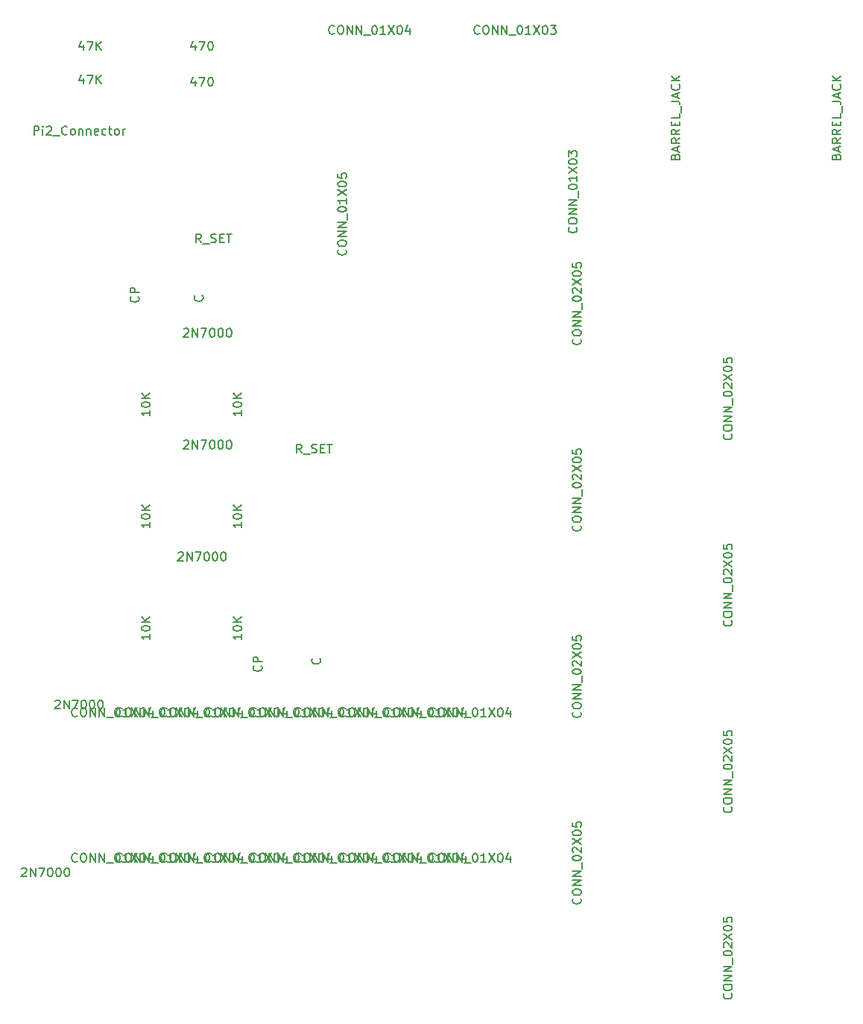
<source format=gbr>
G04 #@! TF.FileFunction,Other,Fab,Top*
%FSLAX46Y46*%
G04 Gerber Fmt 4.6, Leading zero omitted, Abs format (unit mm)*
G04 Created by KiCad (PCBNEW 4.0.2-stable) date 13/08/2016 22:29:21*
%MOMM*%
G01*
G04 APERTURE LIST*
%ADD10C,0.100000*%
%ADD11C,0.150000*%
G04 APERTURE END LIST*
D10*
D11*
X25767143Y-119840476D02*
X25814762Y-119888095D01*
X25862381Y-120030952D01*
X25862381Y-120126190D01*
X25814762Y-120269048D01*
X25719524Y-120364286D01*
X25624286Y-120411905D01*
X25433810Y-120459524D01*
X25290952Y-120459524D01*
X25100476Y-120411905D01*
X25005238Y-120364286D01*
X24910000Y-120269048D01*
X24862381Y-120126190D01*
X24862381Y-120030952D01*
X24910000Y-119888095D01*
X24957619Y-119840476D01*
X25862381Y-119411905D02*
X24862381Y-119411905D01*
X24862381Y-119030952D01*
X24910000Y-118935714D01*
X24957619Y-118888095D01*
X25052857Y-118840476D01*
X25195714Y-118840476D01*
X25290952Y-118888095D01*
X25338571Y-118935714D01*
X25386190Y-119030952D01*
X25386190Y-119411905D01*
X33052143Y-119745476D02*
X33099762Y-119793095D01*
X33147381Y-119935952D01*
X33147381Y-120031190D01*
X33099762Y-120174048D01*
X33004524Y-120269286D01*
X32909286Y-120316905D01*
X32718810Y-120364524D01*
X32575952Y-120364524D01*
X32385476Y-120316905D01*
X32290238Y-120269286D01*
X32195000Y-120174048D01*
X32147381Y-120031190D01*
X32147381Y-119935952D01*
X32195000Y-119793095D01*
X32242619Y-119745476D01*
X46387143Y-160940476D02*
X46434762Y-160988095D01*
X46482381Y-161130952D01*
X46482381Y-161226190D01*
X46434762Y-161369048D01*
X46339524Y-161464286D01*
X46244286Y-161511905D01*
X46053810Y-161559524D01*
X45910952Y-161559524D01*
X45720476Y-161511905D01*
X45625238Y-161464286D01*
X45530000Y-161369048D01*
X45482381Y-161226190D01*
X45482381Y-161130952D01*
X45530000Y-160988095D01*
X45577619Y-160940476D01*
X105084571Y-103972762D02*
X105132190Y-103829905D01*
X105179810Y-103782286D01*
X105275048Y-103734667D01*
X105417905Y-103734667D01*
X105513143Y-103782286D01*
X105560762Y-103829905D01*
X105608381Y-103925143D01*
X105608381Y-104306096D01*
X104608381Y-104306096D01*
X104608381Y-103972762D01*
X104656000Y-103877524D01*
X104703619Y-103829905D01*
X104798857Y-103782286D01*
X104894095Y-103782286D01*
X104989333Y-103829905D01*
X105036952Y-103877524D01*
X105084571Y-103972762D01*
X105084571Y-104306096D01*
X105322667Y-103353715D02*
X105322667Y-102877524D01*
X105608381Y-103448953D02*
X104608381Y-103115620D01*
X105608381Y-102782286D01*
X105608381Y-101877524D02*
X105132190Y-102210858D01*
X105608381Y-102448953D02*
X104608381Y-102448953D01*
X104608381Y-102068000D01*
X104656000Y-101972762D01*
X104703619Y-101925143D01*
X104798857Y-101877524D01*
X104941714Y-101877524D01*
X105036952Y-101925143D01*
X105084571Y-101972762D01*
X105132190Y-102068000D01*
X105132190Y-102448953D01*
X105608381Y-100877524D02*
X105132190Y-101210858D01*
X105608381Y-101448953D02*
X104608381Y-101448953D01*
X104608381Y-101068000D01*
X104656000Y-100972762D01*
X104703619Y-100925143D01*
X104798857Y-100877524D01*
X104941714Y-100877524D01*
X105036952Y-100925143D01*
X105084571Y-100972762D01*
X105132190Y-101068000D01*
X105132190Y-101448953D01*
X105084571Y-100448953D02*
X105084571Y-100115619D01*
X105608381Y-99972762D02*
X105608381Y-100448953D01*
X104608381Y-100448953D01*
X104608381Y-99972762D01*
X105608381Y-99068000D02*
X105608381Y-99544191D01*
X104608381Y-99544191D01*
X105703619Y-98972762D02*
X105703619Y-98210857D01*
X104608381Y-97687047D02*
X105322667Y-97687047D01*
X105465524Y-97734667D01*
X105560762Y-97829905D01*
X105608381Y-97972762D01*
X105608381Y-98068000D01*
X105322667Y-97258476D02*
X105322667Y-96782285D01*
X105608381Y-97353714D02*
X104608381Y-97020381D01*
X105608381Y-96687047D01*
X105513143Y-95782285D02*
X105560762Y-95829904D01*
X105608381Y-95972761D01*
X105608381Y-96067999D01*
X105560762Y-96210857D01*
X105465524Y-96306095D01*
X105370286Y-96353714D01*
X105179810Y-96401333D01*
X105036952Y-96401333D01*
X104846476Y-96353714D01*
X104751238Y-96306095D01*
X104656000Y-96210857D01*
X104608381Y-96067999D01*
X104608381Y-95972761D01*
X104656000Y-95829904D01*
X104703619Y-95782285D01*
X105608381Y-95353714D02*
X104608381Y-95353714D01*
X105608381Y-94782285D02*
X105036952Y-95210857D01*
X104608381Y-94782285D02*
X105179810Y-95353714D01*
X86796571Y-103972762D02*
X86844190Y-103829905D01*
X86891810Y-103782286D01*
X86987048Y-103734667D01*
X87129905Y-103734667D01*
X87225143Y-103782286D01*
X87272762Y-103829905D01*
X87320381Y-103925143D01*
X87320381Y-104306096D01*
X86320381Y-104306096D01*
X86320381Y-103972762D01*
X86368000Y-103877524D01*
X86415619Y-103829905D01*
X86510857Y-103782286D01*
X86606095Y-103782286D01*
X86701333Y-103829905D01*
X86748952Y-103877524D01*
X86796571Y-103972762D01*
X86796571Y-104306096D01*
X87034667Y-103353715D02*
X87034667Y-102877524D01*
X87320381Y-103448953D02*
X86320381Y-103115620D01*
X87320381Y-102782286D01*
X87320381Y-101877524D02*
X86844190Y-102210858D01*
X87320381Y-102448953D02*
X86320381Y-102448953D01*
X86320381Y-102068000D01*
X86368000Y-101972762D01*
X86415619Y-101925143D01*
X86510857Y-101877524D01*
X86653714Y-101877524D01*
X86748952Y-101925143D01*
X86796571Y-101972762D01*
X86844190Y-102068000D01*
X86844190Y-102448953D01*
X87320381Y-100877524D02*
X86844190Y-101210858D01*
X87320381Y-101448953D02*
X86320381Y-101448953D01*
X86320381Y-101068000D01*
X86368000Y-100972762D01*
X86415619Y-100925143D01*
X86510857Y-100877524D01*
X86653714Y-100877524D01*
X86748952Y-100925143D01*
X86796571Y-100972762D01*
X86844190Y-101068000D01*
X86844190Y-101448953D01*
X86796571Y-100448953D02*
X86796571Y-100115619D01*
X87320381Y-99972762D02*
X87320381Y-100448953D01*
X86320381Y-100448953D01*
X86320381Y-99972762D01*
X87320381Y-99068000D02*
X87320381Y-99544191D01*
X86320381Y-99544191D01*
X87415619Y-98972762D02*
X87415619Y-98210857D01*
X86320381Y-97687047D02*
X87034667Y-97687047D01*
X87177524Y-97734667D01*
X87272762Y-97829905D01*
X87320381Y-97972762D01*
X87320381Y-98068000D01*
X87034667Y-97258476D02*
X87034667Y-96782285D01*
X87320381Y-97353714D02*
X86320381Y-97020381D01*
X87320381Y-96687047D01*
X87225143Y-95782285D02*
X87272762Y-95829904D01*
X87320381Y-95972761D01*
X87320381Y-96067999D01*
X87272762Y-96210857D01*
X87177524Y-96306095D01*
X87082286Y-96353714D01*
X86891810Y-96401333D01*
X86748952Y-96401333D01*
X86558476Y-96353714D01*
X86463238Y-96306095D01*
X86368000Y-96210857D01*
X86320381Y-96067999D01*
X86320381Y-95972761D01*
X86368000Y-95829904D01*
X86415619Y-95782285D01*
X87320381Y-95353714D02*
X86320381Y-95353714D01*
X87320381Y-94782285D02*
X86748952Y-95210857D01*
X86320381Y-94782285D02*
X86891810Y-95353714D01*
X18836191Y-183947143D02*
X18788572Y-183994762D01*
X18645715Y-184042381D01*
X18550477Y-184042381D01*
X18407619Y-183994762D01*
X18312381Y-183899524D01*
X18264762Y-183804286D01*
X18217143Y-183613810D01*
X18217143Y-183470952D01*
X18264762Y-183280476D01*
X18312381Y-183185238D01*
X18407619Y-183090000D01*
X18550477Y-183042381D01*
X18645715Y-183042381D01*
X18788572Y-183090000D01*
X18836191Y-183137619D01*
X19455238Y-183042381D02*
X19645715Y-183042381D01*
X19740953Y-183090000D01*
X19836191Y-183185238D01*
X19883810Y-183375714D01*
X19883810Y-183709048D01*
X19836191Y-183899524D01*
X19740953Y-183994762D01*
X19645715Y-184042381D01*
X19455238Y-184042381D01*
X19360000Y-183994762D01*
X19264762Y-183899524D01*
X19217143Y-183709048D01*
X19217143Y-183375714D01*
X19264762Y-183185238D01*
X19360000Y-183090000D01*
X19455238Y-183042381D01*
X20312381Y-184042381D02*
X20312381Y-183042381D01*
X20883810Y-184042381D01*
X20883810Y-183042381D01*
X21360000Y-184042381D02*
X21360000Y-183042381D01*
X21931429Y-184042381D01*
X21931429Y-183042381D01*
X22169524Y-184137619D02*
X22931429Y-184137619D01*
X23360000Y-183042381D02*
X23455239Y-183042381D01*
X23550477Y-183090000D01*
X23598096Y-183137619D01*
X23645715Y-183232857D01*
X23693334Y-183423333D01*
X23693334Y-183661429D01*
X23645715Y-183851905D01*
X23598096Y-183947143D01*
X23550477Y-183994762D01*
X23455239Y-184042381D01*
X23360000Y-184042381D01*
X23264762Y-183994762D01*
X23217143Y-183947143D01*
X23169524Y-183851905D01*
X23121905Y-183661429D01*
X23121905Y-183423333D01*
X23169524Y-183232857D01*
X23217143Y-183137619D01*
X23264762Y-183090000D01*
X23360000Y-183042381D01*
X24645715Y-184042381D02*
X24074286Y-184042381D01*
X24360000Y-184042381D02*
X24360000Y-183042381D01*
X24264762Y-183185238D01*
X24169524Y-183280476D01*
X24074286Y-183328095D01*
X24979048Y-183042381D02*
X25645715Y-184042381D01*
X25645715Y-183042381D02*
X24979048Y-184042381D01*
X26217143Y-183042381D02*
X26312382Y-183042381D01*
X26407620Y-183090000D01*
X26455239Y-183137619D01*
X26502858Y-183232857D01*
X26550477Y-183423333D01*
X26550477Y-183661429D01*
X26502858Y-183851905D01*
X26455239Y-183947143D01*
X26407620Y-183994762D01*
X26312382Y-184042381D01*
X26217143Y-184042381D01*
X26121905Y-183994762D01*
X26074286Y-183947143D01*
X26026667Y-183851905D01*
X25979048Y-183661429D01*
X25979048Y-183423333D01*
X26026667Y-183232857D01*
X26074286Y-183137619D01*
X26121905Y-183090000D01*
X26217143Y-183042381D01*
X27407620Y-183375714D02*
X27407620Y-184042381D01*
X27169524Y-182994762D02*
X26931429Y-183709048D01*
X27550477Y-183709048D01*
X18836191Y-167437143D02*
X18788572Y-167484762D01*
X18645715Y-167532381D01*
X18550477Y-167532381D01*
X18407619Y-167484762D01*
X18312381Y-167389524D01*
X18264762Y-167294286D01*
X18217143Y-167103810D01*
X18217143Y-166960952D01*
X18264762Y-166770476D01*
X18312381Y-166675238D01*
X18407619Y-166580000D01*
X18550477Y-166532381D01*
X18645715Y-166532381D01*
X18788572Y-166580000D01*
X18836191Y-166627619D01*
X19455238Y-166532381D02*
X19645715Y-166532381D01*
X19740953Y-166580000D01*
X19836191Y-166675238D01*
X19883810Y-166865714D01*
X19883810Y-167199048D01*
X19836191Y-167389524D01*
X19740953Y-167484762D01*
X19645715Y-167532381D01*
X19455238Y-167532381D01*
X19360000Y-167484762D01*
X19264762Y-167389524D01*
X19217143Y-167199048D01*
X19217143Y-166865714D01*
X19264762Y-166675238D01*
X19360000Y-166580000D01*
X19455238Y-166532381D01*
X20312381Y-167532381D02*
X20312381Y-166532381D01*
X20883810Y-167532381D01*
X20883810Y-166532381D01*
X21360000Y-167532381D02*
X21360000Y-166532381D01*
X21931429Y-167532381D01*
X21931429Y-166532381D01*
X22169524Y-167627619D02*
X22931429Y-167627619D01*
X23360000Y-166532381D02*
X23455239Y-166532381D01*
X23550477Y-166580000D01*
X23598096Y-166627619D01*
X23645715Y-166722857D01*
X23693334Y-166913333D01*
X23693334Y-167151429D01*
X23645715Y-167341905D01*
X23598096Y-167437143D01*
X23550477Y-167484762D01*
X23455239Y-167532381D01*
X23360000Y-167532381D01*
X23264762Y-167484762D01*
X23217143Y-167437143D01*
X23169524Y-167341905D01*
X23121905Y-167151429D01*
X23121905Y-166913333D01*
X23169524Y-166722857D01*
X23217143Y-166627619D01*
X23264762Y-166580000D01*
X23360000Y-166532381D01*
X24645715Y-167532381D02*
X24074286Y-167532381D01*
X24360000Y-167532381D02*
X24360000Y-166532381D01*
X24264762Y-166675238D01*
X24169524Y-166770476D01*
X24074286Y-166818095D01*
X24979048Y-166532381D02*
X25645715Y-167532381D01*
X25645715Y-166532381D02*
X24979048Y-167532381D01*
X26217143Y-166532381D02*
X26312382Y-166532381D01*
X26407620Y-166580000D01*
X26455239Y-166627619D01*
X26502858Y-166722857D01*
X26550477Y-166913333D01*
X26550477Y-167151429D01*
X26502858Y-167341905D01*
X26455239Y-167437143D01*
X26407620Y-167484762D01*
X26312382Y-167532381D01*
X26217143Y-167532381D01*
X26121905Y-167484762D01*
X26074286Y-167437143D01*
X26026667Y-167341905D01*
X25979048Y-167151429D01*
X25979048Y-166913333D01*
X26026667Y-166722857D01*
X26074286Y-166627619D01*
X26121905Y-166580000D01*
X26217143Y-166532381D01*
X27407620Y-166865714D02*
X27407620Y-167532381D01*
X27169524Y-166484762D02*
X26931429Y-167199048D01*
X27550477Y-167199048D01*
X23916191Y-183947143D02*
X23868572Y-183994762D01*
X23725715Y-184042381D01*
X23630477Y-184042381D01*
X23487619Y-183994762D01*
X23392381Y-183899524D01*
X23344762Y-183804286D01*
X23297143Y-183613810D01*
X23297143Y-183470952D01*
X23344762Y-183280476D01*
X23392381Y-183185238D01*
X23487619Y-183090000D01*
X23630477Y-183042381D01*
X23725715Y-183042381D01*
X23868572Y-183090000D01*
X23916191Y-183137619D01*
X24535238Y-183042381D02*
X24725715Y-183042381D01*
X24820953Y-183090000D01*
X24916191Y-183185238D01*
X24963810Y-183375714D01*
X24963810Y-183709048D01*
X24916191Y-183899524D01*
X24820953Y-183994762D01*
X24725715Y-184042381D01*
X24535238Y-184042381D01*
X24440000Y-183994762D01*
X24344762Y-183899524D01*
X24297143Y-183709048D01*
X24297143Y-183375714D01*
X24344762Y-183185238D01*
X24440000Y-183090000D01*
X24535238Y-183042381D01*
X25392381Y-184042381D02*
X25392381Y-183042381D01*
X25963810Y-184042381D01*
X25963810Y-183042381D01*
X26440000Y-184042381D02*
X26440000Y-183042381D01*
X27011429Y-184042381D01*
X27011429Y-183042381D01*
X27249524Y-184137619D02*
X28011429Y-184137619D01*
X28440000Y-183042381D02*
X28535239Y-183042381D01*
X28630477Y-183090000D01*
X28678096Y-183137619D01*
X28725715Y-183232857D01*
X28773334Y-183423333D01*
X28773334Y-183661429D01*
X28725715Y-183851905D01*
X28678096Y-183947143D01*
X28630477Y-183994762D01*
X28535239Y-184042381D01*
X28440000Y-184042381D01*
X28344762Y-183994762D01*
X28297143Y-183947143D01*
X28249524Y-183851905D01*
X28201905Y-183661429D01*
X28201905Y-183423333D01*
X28249524Y-183232857D01*
X28297143Y-183137619D01*
X28344762Y-183090000D01*
X28440000Y-183042381D01*
X29725715Y-184042381D02*
X29154286Y-184042381D01*
X29440000Y-184042381D02*
X29440000Y-183042381D01*
X29344762Y-183185238D01*
X29249524Y-183280476D01*
X29154286Y-183328095D01*
X30059048Y-183042381D02*
X30725715Y-184042381D01*
X30725715Y-183042381D02*
X30059048Y-184042381D01*
X31297143Y-183042381D02*
X31392382Y-183042381D01*
X31487620Y-183090000D01*
X31535239Y-183137619D01*
X31582858Y-183232857D01*
X31630477Y-183423333D01*
X31630477Y-183661429D01*
X31582858Y-183851905D01*
X31535239Y-183947143D01*
X31487620Y-183994762D01*
X31392382Y-184042381D01*
X31297143Y-184042381D01*
X31201905Y-183994762D01*
X31154286Y-183947143D01*
X31106667Y-183851905D01*
X31059048Y-183661429D01*
X31059048Y-183423333D01*
X31106667Y-183232857D01*
X31154286Y-183137619D01*
X31201905Y-183090000D01*
X31297143Y-183042381D01*
X32487620Y-183375714D02*
X32487620Y-184042381D01*
X32249524Y-182994762D02*
X32011429Y-183709048D01*
X32630477Y-183709048D01*
X23916191Y-167437143D02*
X23868572Y-167484762D01*
X23725715Y-167532381D01*
X23630477Y-167532381D01*
X23487619Y-167484762D01*
X23392381Y-167389524D01*
X23344762Y-167294286D01*
X23297143Y-167103810D01*
X23297143Y-166960952D01*
X23344762Y-166770476D01*
X23392381Y-166675238D01*
X23487619Y-166580000D01*
X23630477Y-166532381D01*
X23725715Y-166532381D01*
X23868572Y-166580000D01*
X23916191Y-166627619D01*
X24535238Y-166532381D02*
X24725715Y-166532381D01*
X24820953Y-166580000D01*
X24916191Y-166675238D01*
X24963810Y-166865714D01*
X24963810Y-167199048D01*
X24916191Y-167389524D01*
X24820953Y-167484762D01*
X24725715Y-167532381D01*
X24535238Y-167532381D01*
X24440000Y-167484762D01*
X24344762Y-167389524D01*
X24297143Y-167199048D01*
X24297143Y-166865714D01*
X24344762Y-166675238D01*
X24440000Y-166580000D01*
X24535238Y-166532381D01*
X25392381Y-167532381D02*
X25392381Y-166532381D01*
X25963810Y-167532381D01*
X25963810Y-166532381D01*
X26440000Y-167532381D02*
X26440000Y-166532381D01*
X27011429Y-167532381D01*
X27011429Y-166532381D01*
X27249524Y-167627619D02*
X28011429Y-167627619D01*
X28440000Y-166532381D02*
X28535239Y-166532381D01*
X28630477Y-166580000D01*
X28678096Y-166627619D01*
X28725715Y-166722857D01*
X28773334Y-166913333D01*
X28773334Y-167151429D01*
X28725715Y-167341905D01*
X28678096Y-167437143D01*
X28630477Y-167484762D01*
X28535239Y-167532381D01*
X28440000Y-167532381D01*
X28344762Y-167484762D01*
X28297143Y-167437143D01*
X28249524Y-167341905D01*
X28201905Y-167151429D01*
X28201905Y-166913333D01*
X28249524Y-166722857D01*
X28297143Y-166627619D01*
X28344762Y-166580000D01*
X28440000Y-166532381D01*
X29725715Y-167532381D02*
X29154286Y-167532381D01*
X29440000Y-167532381D02*
X29440000Y-166532381D01*
X29344762Y-166675238D01*
X29249524Y-166770476D01*
X29154286Y-166818095D01*
X30059048Y-166532381D02*
X30725715Y-167532381D01*
X30725715Y-166532381D02*
X30059048Y-167532381D01*
X31297143Y-166532381D02*
X31392382Y-166532381D01*
X31487620Y-166580000D01*
X31535239Y-166627619D01*
X31582858Y-166722857D01*
X31630477Y-166913333D01*
X31630477Y-167151429D01*
X31582858Y-167341905D01*
X31535239Y-167437143D01*
X31487620Y-167484762D01*
X31392382Y-167532381D01*
X31297143Y-167532381D01*
X31201905Y-167484762D01*
X31154286Y-167437143D01*
X31106667Y-167341905D01*
X31059048Y-167151429D01*
X31059048Y-166913333D01*
X31106667Y-166722857D01*
X31154286Y-166627619D01*
X31201905Y-166580000D01*
X31297143Y-166532381D01*
X32487620Y-166865714D02*
X32487620Y-167532381D01*
X32249524Y-166484762D02*
X32011429Y-167199048D01*
X32630477Y-167199048D01*
X28996191Y-183947143D02*
X28948572Y-183994762D01*
X28805715Y-184042381D01*
X28710477Y-184042381D01*
X28567619Y-183994762D01*
X28472381Y-183899524D01*
X28424762Y-183804286D01*
X28377143Y-183613810D01*
X28377143Y-183470952D01*
X28424762Y-183280476D01*
X28472381Y-183185238D01*
X28567619Y-183090000D01*
X28710477Y-183042381D01*
X28805715Y-183042381D01*
X28948572Y-183090000D01*
X28996191Y-183137619D01*
X29615238Y-183042381D02*
X29805715Y-183042381D01*
X29900953Y-183090000D01*
X29996191Y-183185238D01*
X30043810Y-183375714D01*
X30043810Y-183709048D01*
X29996191Y-183899524D01*
X29900953Y-183994762D01*
X29805715Y-184042381D01*
X29615238Y-184042381D01*
X29520000Y-183994762D01*
X29424762Y-183899524D01*
X29377143Y-183709048D01*
X29377143Y-183375714D01*
X29424762Y-183185238D01*
X29520000Y-183090000D01*
X29615238Y-183042381D01*
X30472381Y-184042381D02*
X30472381Y-183042381D01*
X31043810Y-184042381D01*
X31043810Y-183042381D01*
X31520000Y-184042381D02*
X31520000Y-183042381D01*
X32091429Y-184042381D01*
X32091429Y-183042381D01*
X32329524Y-184137619D02*
X33091429Y-184137619D01*
X33520000Y-183042381D02*
X33615239Y-183042381D01*
X33710477Y-183090000D01*
X33758096Y-183137619D01*
X33805715Y-183232857D01*
X33853334Y-183423333D01*
X33853334Y-183661429D01*
X33805715Y-183851905D01*
X33758096Y-183947143D01*
X33710477Y-183994762D01*
X33615239Y-184042381D01*
X33520000Y-184042381D01*
X33424762Y-183994762D01*
X33377143Y-183947143D01*
X33329524Y-183851905D01*
X33281905Y-183661429D01*
X33281905Y-183423333D01*
X33329524Y-183232857D01*
X33377143Y-183137619D01*
X33424762Y-183090000D01*
X33520000Y-183042381D01*
X34805715Y-184042381D02*
X34234286Y-184042381D01*
X34520000Y-184042381D02*
X34520000Y-183042381D01*
X34424762Y-183185238D01*
X34329524Y-183280476D01*
X34234286Y-183328095D01*
X35139048Y-183042381D02*
X35805715Y-184042381D01*
X35805715Y-183042381D02*
X35139048Y-184042381D01*
X36377143Y-183042381D02*
X36472382Y-183042381D01*
X36567620Y-183090000D01*
X36615239Y-183137619D01*
X36662858Y-183232857D01*
X36710477Y-183423333D01*
X36710477Y-183661429D01*
X36662858Y-183851905D01*
X36615239Y-183947143D01*
X36567620Y-183994762D01*
X36472382Y-184042381D01*
X36377143Y-184042381D01*
X36281905Y-183994762D01*
X36234286Y-183947143D01*
X36186667Y-183851905D01*
X36139048Y-183661429D01*
X36139048Y-183423333D01*
X36186667Y-183232857D01*
X36234286Y-183137619D01*
X36281905Y-183090000D01*
X36377143Y-183042381D01*
X37567620Y-183375714D02*
X37567620Y-184042381D01*
X37329524Y-182994762D02*
X37091429Y-183709048D01*
X37710477Y-183709048D01*
X28996191Y-167437143D02*
X28948572Y-167484762D01*
X28805715Y-167532381D01*
X28710477Y-167532381D01*
X28567619Y-167484762D01*
X28472381Y-167389524D01*
X28424762Y-167294286D01*
X28377143Y-167103810D01*
X28377143Y-166960952D01*
X28424762Y-166770476D01*
X28472381Y-166675238D01*
X28567619Y-166580000D01*
X28710477Y-166532381D01*
X28805715Y-166532381D01*
X28948572Y-166580000D01*
X28996191Y-166627619D01*
X29615238Y-166532381D02*
X29805715Y-166532381D01*
X29900953Y-166580000D01*
X29996191Y-166675238D01*
X30043810Y-166865714D01*
X30043810Y-167199048D01*
X29996191Y-167389524D01*
X29900953Y-167484762D01*
X29805715Y-167532381D01*
X29615238Y-167532381D01*
X29520000Y-167484762D01*
X29424762Y-167389524D01*
X29377143Y-167199048D01*
X29377143Y-166865714D01*
X29424762Y-166675238D01*
X29520000Y-166580000D01*
X29615238Y-166532381D01*
X30472381Y-167532381D02*
X30472381Y-166532381D01*
X31043810Y-167532381D01*
X31043810Y-166532381D01*
X31520000Y-167532381D02*
X31520000Y-166532381D01*
X32091429Y-167532381D01*
X32091429Y-166532381D01*
X32329524Y-167627619D02*
X33091429Y-167627619D01*
X33520000Y-166532381D02*
X33615239Y-166532381D01*
X33710477Y-166580000D01*
X33758096Y-166627619D01*
X33805715Y-166722857D01*
X33853334Y-166913333D01*
X33853334Y-167151429D01*
X33805715Y-167341905D01*
X33758096Y-167437143D01*
X33710477Y-167484762D01*
X33615239Y-167532381D01*
X33520000Y-167532381D01*
X33424762Y-167484762D01*
X33377143Y-167437143D01*
X33329524Y-167341905D01*
X33281905Y-167151429D01*
X33281905Y-166913333D01*
X33329524Y-166722857D01*
X33377143Y-166627619D01*
X33424762Y-166580000D01*
X33520000Y-166532381D01*
X34805715Y-167532381D02*
X34234286Y-167532381D01*
X34520000Y-167532381D02*
X34520000Y-166532381D01*
X34424762Y-166675238D01*
X34329524Y-166770476D01*
X34234286Y-166818095D01*
X35139048Y-166532381D02*
X35805715Y-167532381D01*
X35805715Y-166532381D02*
X35139048Y-167532381D01*
X36377143Y-166532381D02*
X36472382Y-166532381D01*
X36567620Y-166580000D01*
X36615239Y-166627619D01*
X36662858Y-166722857D01*
X36710477Y-166913333D01*
X36710477Y-167151429D01*
X36662858Y-167341905D01*
X36615239Y-167437143D01*
X36567620Y-167484762D01*
X36472382Y-167532381D01*
X36377143Y-167532381D01*
X36281905Y-167484762D01*
X36234286Y-167437143D01*
X36186667Y-167341905D01*
X36139048Y-167151429D01*
X36139048Y-166913333D01*
X36186667Y-166722857D01*
X36234286Y-166627619D01*
X36281905Y-166580000D01*
X36377143Y-166532381D01*
X37567620Y-166865714D02*
X37567620Y-167532381D01*
X37329524Y-166484762D02*
X37091429Y-167199048D01*
X37710477Y-167199048D01*
X34076191Y-183947143D02*
X34028572Y-183994762D01*
X33885715Y-184042381D01*
X33790477Y-184042381D01*
X33647619Y-183994762D01*
X33552381Y-183899524D01*
X33504762Y-183804286D01*
X33457143Y-183613810D01*
X33457143Y-183470952D01*
X33504762Y-183280476D01*
X33552381Y-183185238D01*
X33647619Y-183090000D01*
X33790477Y-183042381D01*
X33885715Y-183042381D01*
X34028572Y-183090000D01*
X34076191Y-183137619D01*
X34695238Y-183042381D02*
X34885715Y-183042381D01*
X34980953Y-183090000D01*
X35076191Y-183185238D01*
X35123810Y-183375714D01*
X35123810Y-183709048D01*
X35076191Y-183899524D01*
X34980953Y-183994762D01*
X34885715Y-184042381D01*
X34695238Y-184042381D01*
X34600000Y-183994762D01*
X34504762Y-183899524D01*
X34457143Y-183709048D01*
X34457143Y-183375714D01*
X34504762Y-183185238D01*
X34600000Y-183090000D01*
X34695238Y-183042381D01*
X35552381Y-184042381D02*
X35552381Y-183042381D01*
X36123810Y-184042381D01*
X36123810Y-183042381D01*
X36600000Y-184042381D02*
X36600000Y-183042381D01*
X37171429Y-184042381D01*
X37171429Y-183042381D01*
X37409524Y-184137619D02*
X38171429Y-184137619D01*
X38600000Y-183042381D02*
X38695239Y-183042381D01*
X38790477Y-183090000D01*
X38838096Y-183137619D01*
X38885715Y-183232857D01*
X38933334Y-183423333D01*
X38933334Y-183661429D01*
X38885715Y-183851905D01*
X38838096Y-183947143D01*
X38790477Y-183994762D01*
X38695239Y-184042381D01*
X38600000Y-184042381D01*
X38504762Y-183994762D01*
X38457143Y-183947143D01*
X38409524Y-183851905D01*
X38361905Y-183661429D01*
X38361905Y-183423333D01*
X38409524Y-183232857D01*
X38457143Y-183137619D01*
X38504762Y-183090000D01*
X38600000Y-183042381D01*
X39885715Y-184042381D02*
X39314286Y-184042381D01*
X39600000Y-184042381D02*
X39600000Y-183042381D01*
X39504762Y-183185238D01*
X39409524Y-183280476D01*
X39314286Y-183328095D01*
X40219048Y-183042381D02*
X40885715Y-184042381D01*
X40885715Y-183042381D02*
X40219048Y-184042381D01*
X41457143Y-183042381D02*
X41552382Y-183042381D01*
X41647620Y-183090000D01*
X41695239Y-183137619D01*
X41742858Y-183232857D01*
X41790477Y-183423333D01*
X41790477Y-183661429D01*
X41742858Y-183851905D01*
X41695239Y-183947143D01*
X41647620Y-183994762D01*
X41552382Y-184042381D01*
X41457143Y-184042381D01*
X41361905Y-183994762D01*
X41314286Y-183947143D01*
X41266667Y-183851905D01*
X41219048Y-183661429D01*
X41219048Y-183423333D01*
X41266667Y-183232857D01*
X41314286Y-183137619D01*
X41361905Y-183090000D01*
X41457143Y-183042381D01*
X42647620Y-183375714D02*
X42647620Y-184042381D01*
X42409524Y-182994762D02*
X42171429Y-183709048D01*
X42790477Y-183709048D01*
X34076191Y-167437143D02*
X34028572Y-167484762D01*
X33885715Y-167532381D01*
X33790477Y-167532381D01*
X33647619Y-167484762D01*
X33552381Y-167389524D01*
X33504762Y-167294286D01*
X33457143Y-167103810D01*
X33457143Y-166960952D01*
X33504762Y-166770476D01*
X33552381Y-166675238D01*
X33647619Y-166580000D01*
X33790477Y-166532381D01*
X33885715Y-166532381D01*
X34028572Y-166580000D01*
X34076191Y-166627619D01*
X34695238Y-166532381D02*
X34885715Y-166532381D01*
X34980953Y-166580000D01*
X35076191Y-166675238D01*
X35123810Y-166865714D01*
X35123810Y-167199048D01*
X35076191Y-167389524D01*
X34980953Y-167484762D01*
X34885715Y-167532381D01*
X34695238Y-167532381D01*
X34600000Y-167484762D01*
X34504762Y-167389524D01*
X34457143Y-167199048D01*
X34457143Y-166865714D01*
X34504762Y-166675238D01*
X34600000Y-166580000D01*
X34695238Y-166532381D01*
X35552381Y-167532381D02*
X35552381Y-166532381D01*
X36123810Y-167532381D01*
X36123810Y-166532381D01*
X36600000Y-167532381D02*
X36600000Y-166532381D01*
X37171429Y-167532381D01*
X37171429Y-166532381D01*
X37409524Y-167627619D02*
X38171429Y-167627619D01*
X38600000Y-166532381D02*
X38695239Y-166532381D01*
X38790477Y-166580000D01*
X38838096Y-166627619D01*
X38885715Y-166722857D01*
X38933334Y-166913333D01*
X38933334Y-167151429D01*
X38885715Y-167341905D01*
X38838096Y-167437143D01*
X38790477Y-167484762D01*
X38695239Y-167532381D01*
X38600000Y-167532381D01*
X38504762Y-167484762D01*
X38457143Y-167437143D01*
X38409524Y-167341905D01*
X38361905Y-167151429D01*
X38361905Y-166913333D01*
X38409524Y-166722857D01*
X38457143Y-166627619D01*
X38504762Y-166580000D01*
X38600000Y-166532381D01*
X39885715Y-167532381D02*
X39314286Y-167532381D01*
X39600000Y-167532381D02*
X39600000Y-166532381D01*
X39504762Y-166675238D01*
X39409524Y-166770476D01*
X39314286Y-166818095D01*
X40219048Y-166532381D02*
X40885715Y-167532381D01*
X40885715Y-166532381D02*
X40219048Y-167532381D01*
X41457143Y-166532381D02*
X41552382Y-166532381D01*
X41647620Y-166580000D01*
X41695239Y-166627619D01*
X41742858Y-166722857D01*
X41790477Y-166913333D01*
X41790477Y-167151429D01*
X41742858Y-167341905D01*
X41695239Y-167437143D01*
X41647620Y-167484762D01*
X41552382Y-167532381D01*
X41457143Y-167532381D01*
X41361905Y-167484762D01*
X41314286Y-167437143D01*
X41266667Y-167341905D01*
X41219048Y-167151429D01*
X41219048Y-166913333D01*
X41266667Y-166722857D01*
X41314286Y-166627619D01*
X41361905Y-166580000D01*
X41457143Y-166532381D01*
X42647620Y-166865714D02*
X42647620Y-167532381D01*
X42409524Y-166484762D02*
X42171429Y-167199048D01*
X42790477Y-167199048D01*
X39156191Y-183947143D02*
X39108572Y-183994762D01*
X38965715Y-184042381D01*
X38870477Y-184042381D01*
X38727619Y-183994762D01*
X38632381Y-183899524D01*
X38584762Y-183804286D01*
X38537143Y-183613810D01*
X38537143Y-183470952D01*
X38584762Y-183280476D01*
X38632381Y-183185238D01*
X38727619Y-183090000D01*
X38870477Y-183042381D01*
X38965715Y-183042381D01*
X39108572Y-183090000D01*
X39156191Y-183137619D01*
X39775238Y-183042381D02*
X39965715Y-183042381D01*
X40060953Y-183090000D01*
X40156191Y-183185238D01*
X40203810Y-183375714D01*
X40203810Y-183709048D01*
X40156191Y-183899524D01*
X40060953Y-183994762D01*
X39965715Y-184042381D01*
X39775238Y-184042381D01*
X39680000Y-183994762D01*
X39584762Y-183899524D01*
X39537143Y-183709048D01*
X39537143Y-183375714D01*
X39584762Y-183185238D01*
X39680000Y-183090000D01*
X39775238Y-183042381D01*
X40632381Y-184042381D02*
X40632381Y-183042381D01*
X41203810Y-184042381D01*
X41203810Y-183042381D01*
X41680000Y-184042381D02*
X41680000Y-183042381D01*
X42251429Y-184042381D01*
X42251429Y-183042381D01*
X42489524Y-184137619D02*
X43251429Y-184137619D01*
X43680000Y-183042381D02*
X43775239Y-183042381D01*
X43870477Y-183090000D01*
X43918096Y-183137619D01*
X43965715Y-183232857D01*
X44013334Y-183423333D01*
X44013334Y-183661429D01*
X43965715Y-183851905D01*
X43918096Y-183947143D01*
X43870477Y-183994762D01*
X43775239Y-184042381D01*
X43680000Y-184042381D01*
X43584762Y-183994762D01*
X43537143Y-183947143D01*
X43489524Y-183851905D01*
X43441905Y-183661429D01*
X43441905Y-183423333D01*
X43489524Y-183232857D01*
X43537143Y-183137619D01*
X43584762Y-183090000D01*
X43680000Y-183042381D01*
X44965715Y-184042381D02*
X44394286Y-184042381D01*
X44680000Y-184042381D02*
X44680000Y-183042381D01*
X44584762Y-183185238D01*
X44489524Y-183280476D01*
X44394286Y-183328095D01*
X45299048Y-183042381D02*
X45965715Y-184042381D01*
X45965715Y-183042381D02*
X45299048Y-184042381D01*
X46537143Y-183042381D02*
X46632382Y-183042381D01*
X46727620Y-183090000D01*
X46775239Y-183137619D01*
X46822858Y-183232857D01*
X46870477Y-183423333D01*
X46870477Y-183661429D01*
X46822858Y-183851905D01*
X46775239Y-183947143D01*
X46727620Y-183994762D01*
X46632382Y-184042381D01*
X46537143Y-184042381D01*
X46441905Y-183994762D01*
X46394286Y-183947143D01*
X46346667Y-183851905D01*
X46299048Y-183661429D01*
X46299048Y-183423333D01*
X46346667Y-183232857D01*
X46394286Y-183137619D01*
X46441905Y-183090000D01*
X46537143Y-183042381D01*
X47727620Y-183375714D02*
X47727620Y-184042381D01*
X47489524Y-182994762D02*
X47251429Y-183709048D01*
X47870477Y-183709048D01*
X39156191Y-167437143D02*
X39108572Y-167484762D01*
X38965715Y-167532381D01*
X38870477Y-167532381D01*
X38727619Y-167484762D01*
X38632381Y-167389524D01*
X38584762Y-167294286D01*
X38537143Y-167103810D01*
X38537143Y-166960952D01*
X38584762Y-166770476D01*
X38632381Y-166675238D01*
X38727619Y-166580000D01*
X38870477Y-166532381D01*
X38965715Y-166532381D01*
X39108572Y-166580000D01*
X39156191Y-166627619D01*
X39775238Y-166532381D02*
X39965715Y-166532381D01*
X40060953Y-166580000D01*
X40156191Y-166675238D01*
X40203810Y-166865714D01*
X40203810Y-167199048D01*
X40156191Y-167389524D01*
X40060953Y-167484762D01*
X39965715Y-167532381D01*
X39775238Y-167532381D01*
X39680000Y-167484762D01*
X39584762Y-167389524D01*
X39537143Y-167199048D01*
X39537143Y-166865714D01*
X39584762Y-166675238D01*
X39680000Y-166580000D01*
X39775238Y-166532381D01*
X40632381Y-167532381D02*
X40632381Y-166532381D01*
X41203810Y-167532381D01*
X41203810Y-166532381D01*
X41680000Y-167532381D02*
X41680000Y-166532381D01*
X42251429Y-167532381D01*
X42251429Y-166532381D01*
X42489524Y-167627619D02*
X43251429Y-167627619D01*
X43680000Y-166532381D02*
X43775239Y-166532381D01*
X43870477Y-166580000D01*
X43918096Y-166627619D01*
X43965715Y-166722857D01*
X44013334Y-166913333D01*
X44013334Y-167151429D01*
X43965715Y-167341905D01*
X43918096Y-167437143D01*
X43870477Y-167484762D01*
X43775239Y-167532381D01*
X43680000Y-167532381D01*
X43584762Y-167484762D01*
X43537143Y-167437143D01*
X43489524Y-167341905D01*
X43441905Y-167151429D01*
X43441905Y-166913333D01*
X43489524Y-166722857D01*
X43537143Y-166627619D01*
X43584762Y-166580000D01*
X43680000Y-166532381D01*
X44965715Y-167532381D02*
X44394286Y-167532381D01*
X44680000Y-167532381D02*
X44680000Y-166532381D01*
X44584762Y-166675238D01*
X44489524Y-166770476D01*
X44394286Y-166818095D01*
X45299048Y-166532381D02*
X45965715Y-167532381D01*
X45965715Y-166532381D02*
X45299048Y-167532381D01*
X46537143Y-166532381D02*
X46632382Y-166532381D01*
X46727620Y-166580000D01*
X46775239Y-166627619D01*
X46822858Y-166722857D01*
X46870477Y-166913333D01*
X46870477Y-167151429D01*
X46822858Y-167341905D01*
X46775239Y-167437143D01*
X46727620Y-167484762D01*
X46632382Y-167532381D01*
X46537143Y-167532381D01*
X46441905Y-167484762D01*
X46394286Y-167437143D01*
X46346667Y-167341905D01*
X46299048Y-167151429D01*
X46299048Y-166913333D01*
X46346667Y-166722857D01*
X46394286Y-166627619D01*
X46441905Y-166580000D01*
X46537143Y-166532381D01*
X47727620Y-166865714D02*
X47727620Y-167532381D01*
X47489524Y-166484762D02*
X47251429Y-167199048D01*
X47870477Y-167199048D01*
X44236191Y-183947143D02*
X44188572Y-183994762D01*
X44045715Y-184042381D01*
X43950477Y-184042381D01*
X43807619Y-183994762D01*
X43712381Y-183899524D01*
X43664762Y-183804286D01*
X43617143Y-183613810D01*
X43617143Y-183470952D01*
X43664762Y-183280476D01*
X43712381Y-183185238D01*
X43807619Y-183090000D01*
X43950477Y-183042381D01*
X44045715Y-183042381D01*
X44188572Y-183090000D01*
X44236191Y-183137619D01*
X44855238Y-183042381D02*
X45045715Y-183042381D01*
X45140953Y-183090000D01*
X45236191Y-183185238D01*
X45283810Y-183375714D01*
X45283810Y-183709048D01*
X45236191Y-183899524D01*
X45140953Y-183994762D01*
X45045715Y-184042381D01*
X44855238Y-184042381D01*
X44760000Y-183994762D01*
X44664762Y-183899524D01*
X44617143Y-183709048D01*
X44617143Y-183375714D01*
X44664762Y-183185238D01*
X44760000Y-183090000D01*
X44855238Y-183042381D01*
X45712381Y-184042381D02*
X45712381Y-183042381D01*
X46283810Y-184042381D01*
X46283810Y-183042381D01*
X46760000Y-184042381D02*
X46760000Y-183042381D01*
X47331429Y-184042381D01*
X47331429Y-183042381D01*
X47569524Y-184137619D02*
X48331429Y-184137619D01*
X48760000Y-183042381D02*
X48855239Y-183042381D01*
X48950477Y-183090000D01*
X48998096Y-183137619D01*
X49045715Y-183232857D01*
X49093334Y-183423333D01*
X49093334Y-183661429D01*
X49045715Y-183851905D01*
X48998096Y-183947143D01*
X48950477Y-183994762D01*
X48855239Y-184042381D01*
X48760000Y-184042381D01*
X48664762Y-183994762D01*
X48617143Y-183947143D01*
X48569524Y-183851905D01*
X48521905Y-183661429D01*
X48521905Y-183423333D01*
X48569524Y-183232857D01*
X48617143Y-183137619D01*
X48664762Y-183090000D01*
X48760000Y-183042381D01*
X50045715Y-184042381D02*
X49474286Y-184042381D01*
X49760000Y-184042381D02*
X49760000Y-183042381D01*
X49664762Y-183185238D01*
X49569524Y-183280476D01*
X49474286Y-183328095D01*
X50379048Y-183042381D02*
X51045715Y-184042381D01*
X51045715Y-183042381D02*
X50379048Y-184042381D01*
X51617143Y-183042381D02*
X51712382Y-183042381D01*
X51807620Y-183090000D01*
X51855239Y-183137619D01*
X51902858Y-183232857D01*
X51950477Y-183423333D01*
X51950477Y-183661429D01*
X51902858Y-183851905D01*
X51855239Y-183947143D01*
X51807620Y-183994762D01*
X51712382Y-184042381D01*
X51617143Y-184042381D01*
X51521905Y-183994762D01*
X51474286Y-183947143D01*
X51426667Y-183851905D01*
X51379048Y-183661429D01*
X51379048Y-183423333D01*
X51426667Y-183232857D01*
X51474286Y-183137619D01*
X51521905Y-183090000D01*
X51617143Y-183042381D01*
X52807620Y-183375714D02*
X52807620Y-184042381D01*
X52569524Y-182994762D02*
X52331429Y-183709048D01*
X52950477Y-183709048D01*
X44236191Y-167437143D02*
X44188572Y-167484762D01*
X44045715Y-167532381D01*
X43950477Y-167532381D01*
X43807619Y-167484762D01*
X43712381Y-167389524D01*
X43664762Y-167294286D01*
X43617143Y-167103810D01*
X43617143Y-166960952D01*
X43664762Y-166770476D01*
X43712381Y-166675238D01*
X43807619Y-166580000D01*
X43950477Y-166532381D01*
X44045715Y-166532381D01*
X44188572Y-166580000D01*
X44236191Y-166627619D01*
X44855238Y-166532381D02*
X45045715Y-166532381D01*
X45140953Y-166580000D01*
X45236191Y-166675238D01*
X45283810Y-166865714D01*
X45283810Y-167199048D01*
X45236191Y-167389524D01*
X45140953Y-167484762D01*
X45045715Y-167532381D01*
X44855238Y-167532381D01*
X44760000Y-167484762D01*
X44664762Y-167389524D01*
X44617143Y-167199048D01*
X44617143Y-166865714D01*
X44664762Y-166675238D01*
X44760000Y-166580000D01*
X44855238Y-166532381D01*
X45712381Y-167532381D02*
X45712381Y-166532381D01*
X46283810Y-167532381D01*
X46283810Y-166532381D01*
X46760000Y-167532381D02*
X46760000Y-166532381D01*
X47331429Y-167532381D01*
X47331429Y-166532381D01*
X47569524Y-167627619D02*
X48331429Y-167627619D01*
X48760000Y-166532381D02*
X48855239Y-166532381D01*
X48950477Y-166580000D01*
X48998096Y-166627619D01*
X49045715Y-166722857D01*
X49093334Y-166913333D01*
X49093334Y-167151429D01*
X49045715Y-167341905D01*
X48998096Y-167437143D01*
X48950477Y-167484762D01*
X48855239Y-167532381D01*
X48760000Y-167532381D01*
X48664762Y-167484762D01*
X48617143Y-167437143D01*
X48569524Y-167341905D01*
X48521905Y-167151429D01*
X48521905Y-166913333D01*
X48569524Y-166722857D01*
X48617143Y-166627619D01*
X48664762Y-166580000D01*
X48760000Y-166532381D01*
X50045715Y-167532381D02*
X49474286Y-167532381D01*
X49760000Y-167532381D02*
X49760000Y-166532381D01*
X49664762Y-166675238D01*
X49569524Y-166770476D01*
X49474286Y-166818095D01*
X50379048Y-166532381D02*
X51045715Y-167532381D01*
X51045715Y-166532381D02*
X50379048Y-167532381D01*
X51617143Y-166532381D02*
X51712382Y-166532381D01*
X51807620Y-166580000D01*
X51855239Y-166627619D01*
X51902858Y-166722857D01*
X51950477Y-166913333D01*
X51950477Y-167151429D01*
X51902858Y-167341905D01*
X51855239Y-167437143D01*
X51807620Y-167484762D01*
X51712382Y-167532381D01*
X51617143Y-167532381D01*
X51521905Y-167484762D01*
X51474286Y-167437143D01*
X51426667Y-167341905D01*
X51379048Y-167151429D01*
X51379048Y-166913333D01*
X51426667Y-166722857D01*
X51474286Y-166627619D01*
X51521905Y-166580000D01*
X51617143Y-166532381D01*
X52807620Y-166865714D02*
X52807620Y-167532381D01*
X52569524Y-166484762D02*
X52331429Y-167199048D01*
X52950477Y-167199048D01*
X49316191Y-183947143D02*
X49268572Y-183994762D01*
X49125715Y-184042381D01*
X49030477Y-184042381D01*
X48887619Y-183994762D01*
X48792381Y-183899524D01*
X48744762Y-183804286D01*
X48697143Y-183613810D01*
X48697143Y-183470952D01*
X48744762Y-183280476D01*
X48792381Y-183185238D01*
X48887619Y-183090000D01*
X49030477Y-183042381D01*
X49125715Y-183042381D01*
X49268572Y-183090000D01*
X49316191Y-183137619D01*
X49935238Y-183042381D02*
X50125715Y-183042381D01*
X50220953Y-183090000D01*
X50316191Y-183185238D01*
X50363810Y-183375714D01*
X50363810Y-183709048D01*
X50316191Y-183899524D01*
X50220953Y-183994762D01*
X50125715Y-184042381D01*
X49935238Y-184042381D01*
X49840000Y-183994762D01*
X49744762Y-183899524D01*
X49697143Y-183709048D01*
X49697143Y-183375714D01*
X49744762Y-183185238D01*
X49840000Y-183090000D01*
X49935238Y-183042381D01*
X50792381Y-184042381D02*
X50792381Y-183042381D01*
X51363810Y-184042381D01*
X51363810Y-183042381D01*
X51840000Y-184042381D02*
X51840000Y-183042381D01*
X52411429Y-184042381D01*
X52411429Y-183042381D01*
X52649524Y-184137619D02*
X53411429Y-184137619D01*
X53840000Y-183042381D02*
X53935239Y-183042381D01*
X54030477Y-183090000D01*
X54078096Y-183137619D01*
X54125715Y-183232857D01*
X54173334Y-183423333D01*
X54173334Y-183661429D01*
X54125715Y-183851905D01*
X54078096Y-183947143D01*
X54030477Y-183994762D01*
X53935239Y-184042381D01*
X53840000Y-184042381D01*
X53744762Y-183994762D01*
X53697143Y-183947143D01*
X53649524Y-183851905D01*
X53601905Y-183661429D01*
X53601905Y-183423333D01*
X53649524Y-183232857D01*
X53697143Y-183137619D01*
X53744762Y-183090000D01*
X53840000Y-183042381D01*
X55125715Y-184042381D02*
X54554286Y-184042381D01*
X54840000Y-184042381D02*
X54840000Y-183042381D01*
X54744762Y-183185238D01*
X54649524Y-183280476D01*
X54554286Y-183328095D01*
X55459048Y-183042381D02*
X56125715Y-184042381D01*
X56125715Y-183042381D02*
X55459048Y-184042381D01*
X56697143Y-183042381D02*
X56792382Y-183042381D01*
X56887620Y-183090000D01*
X56935239Y-183137619D01*
X56982858Y-183232857D01*
X57030477Y-183423333D01*
X57030477Y-183661429D01*
X56982858Y-183851905D01*
X56935239Y-183947143D01*
X56887620Y-183994762D01*
X56792382Y-184042381D01*
X56697143Y-184042381D01*
X56601905Y-183994762D01*
X56554286Y-183947143D01*
X56506667Y-183851905D01*
X56459048Y-183661429D01*
X56459048Y-183423333D01*
X56506667Y-183232857D01*
X56554286Y-183137619D01*
X56601905Y-183090000D01*
X56697143Y-183042381D01*
X57887620Y-183375714D02*
X57887620Y-184042381D01*
X57649524Y-182994762D02*
X57411429Y-183709048D01*
X58030477Y-183709048D01*
X49316191Y-167437143D02*
X49268572Y-167484762D01*
X49125715Y-167532381D01*
X49030477Y-167532381D01*
X48887619Y-167484762D01*
X48792381Y-167389524D01*
X48744762Y-167294286D01*
X48697143Y-167103810D01*
X48697143Y-166960952D01*
X48744762Y-166770476D01*
X48792381Y-166675238D01*
X48887619Y-166580000D01*
X49030477Y-166532381D01*
X49125715Y-166532381D01*
X49268572Y-166580000D01*
X49316191Y-166627619D01*
X49935238Y-166532381D02*
X50125715Y-166532381D01*
X50220953Y-166580000D01*
X50316191Y-166675238D01*
X50363810Y-166865714D01*
X50363810Y-167199048D01*
X50316191Y-167389524D01*
X50220953Y-167484762D01*
X50125715Y-167532381D01*
X49935238Y-167532381D01*
X49840000Y-167484762D01*
X49744762Y-167389524D01*
X49697143Y-167199048D01*
X49697143Y-166865714D01*
X49744762Y-166675238D01*
X49840000Y-166580000D01*
X49935238Y-166532381D01*
X50792381Y-167532381D02*
X50792381Y-166532381D01*
X51363810Y-167532381D01*
X51363810Y-166532381D01*
X51840000Y-167532381D02*
X51840000Y-166532381D01*
X52411429Y-167532381D01*
X52411429Y-166532381D01*
X52649524Y-167627619D02*
X53411429Y-167627619D01*
X53840000Y-166532381D02*
X53935239Y-166532381D01*
X54030477Y-166580000D01*
X54078096Y-166627619D01*
X54125715Y-166722857D01*
X54173334Y-166913333D01*
X54173334Y-167151429D01*
X54125715Y-167341905D01*
X54078096Y-167437143D01*
X54030477Y-167484762D01*
X53935239Y-167532381D01*
X53840000Y-167532381D01*
X53744762Y-167484762D01*
X53697143Y-167437143D01*
X53649524Y-167341905D01*
X53601905Y-167151429D01*
X53601905Y-166913333D01*
X53649524Y-166722857D01*
X53697143Y-166627619D01*
X53744762Y-166580000D01*
X53840000Y-166532381D01*
X55125715Y-167532381D02*
X54554286Y-167532381D01*
X54840000Y-167532381D02*
X54840000Y-166532381D01*
X54744762Y-166675238D01*
X54649524Y-166770476D01*
X54554286Y-166818095D01*
X55459048Y-166532381D02*
X56125715Y-167532381D01*
X56125715Y-166532381D02*
X55459048Y-167532381D01*
X56697143Y-166532381D02*
X56792382Y-166532381D01*
X56887620Y-166580000D01*
X56935239Y-166627619D01*
X56982858Y-166722857D01*
X57030477Y-166913333D01*
X57030477Y-167151429D01*
X56982858Y-167341905D01*
X56935239Y-167437143D01*
X56887620Y-167484762D01*
X56792382Y-167532381D01*
X56697143Y-167532381D01*
X56601905Y-167484762D01*
X56554286Y-167437143D01*
X56506667Y-167341905D01*
X56459048Y-167151429D01*
X56459048Y-166913333D01*
X56506667Y-166722857D01*
X56554286Y-166627619D01*
X56601905Y-166580000D01*
X56697143Y-166532381D01*
X57887620Y-166865714D02*
X57887620Y-167532381D01*
X57649524Y-166484762D02*
X57411429Y-167199048D01*
X58030477Y-167199048D01*
X54396191Y-183947143D02*
X54348572Y-183994762D01*
X54205715Y-184042381D01*
X54110477Y-184042381D01*
X53967619Y-183994762D01*
X53872381Y-183899524D01*
X53824762Y-183804286D01*
X53777143Y-183613810D01*
X53777143Y-183470952D01*
X53824762Y-183280476D01*
X53872381Y-183185238D01*
X53967619Y-183090000D01*
X54110477Y-183042381D01*
X54205715Y-183042381D01*
X54348572Y-183090000D01*
X54396191Y-183137619D01*
X55015238Y-183042381D02*
X55205715Y-183042381D01*
X55300953Y-183090000D01*
X55396191Y-183185238D01*
X55443810Y-183375714D01*
X55443810Y-183709048D01*
X55396191Y-183899524D01*
X55300953Y-183994762D01*
X55205715Y-184042381D01*
X55015238Y-184042381D01*
X54920000Y-183994762D01*
X54824762Y-183899524D01*
X54777143Y-183709048D01*
X54777143Y-183375714D01*
X54824762Y-183185238D01*
X54920000Y-183090000D01*
X55015238Y-183042381D01*
X55872381Y-184042381D02*
X55872381Y-183042381D01*
X56443810Y-184042381D01*
X56443810Y-183042381D01*
X56920000Y-184042381D02*
X56920000Y-183042381D01*
X57491429Y-184042381D01*
X57491429Y-183042381D01*
X57729524Y-184137619D02*
X58491429Y-184137619D01*
X58920000Y-183042381D02*
X59015239Y-183042381D01*
X59110477Y-183090000D01*
X59158096Y-183137619D01*
X59205715Y-183232857D01*
X59253334Y-183423333D01*
X59253334Y-183661429D01*
X59205715Y-183851905D01*
X59158096Y-183947143D01*
X59110477Y-183994762D01*
X59015239Y-184042381D01*
X58920000Y-184042381D01*
X58824762Y-183994762D01*
X58777143Y-183947143D01*
X58729524Y-183851905D01*
X58681905Y-183661429D01*
X58681905Y-183423333D01*
X58729524Y-183232857D01*
X58777143Y-183137619D01*
X58824762Y-183090000D01*
X58920000Y-183042381D01*
X60205715Y-184042381D02*
X59634286Y-184042381D01*
X59920000Y-184042381D02*
X59920000Y-183042381D01*
X59824762Y-183185238D01*
X59729524Y-183280476D01*
X59634286Y-183328095D01*
X60539048Y-183042381D02*
X61205715Y-184042381D01*
X61205715Y-183042381D02*
X60539048Y-184042381D01*
X61777143Y-183042381D02*
X61872382Y-183042381D01*
X61967620Y-183090000D01*
X62015239Y-183137619D01*
X62062858Y-183232857D01*
X62110477Y-183423333D01*
X62110477Y-183661429D01*
X62062858Y-183851905D01*
X62015239Y-183947143D01*
X61967620Y-183994762D01*
X61872382Y-184042381D01*
X61777143Y-184042381D01*
X61681905Y-183994762D01*
X61634286Y-183947143D01*
X61586667Y-183851905D01*
X61539048Y-183661429D01*
X61539048Y-183423333D01*
X61586667Y-183232857D01*
X61634286Y-183137619D01*
X61681905Y-183090000D01*
X61777143Y-183042381D01*
X62967620Y-183375714D02*
X62967620Y-184042381D01*
X62729524Y-182994762D02*
X62491429Y-183709048D01*
X63110477Y-183709048D01*
X54396191Y-167437143D02*
X54348572Y-167484762D01*
X54205715Y-167532381D01*
X54110477Y-167532381D01*
X53967619Y-167484762D01*
X53872381Y-167389524D01*
X53824762Y-167294286D01*
X53777143Y-167103810D01*
X53777143Y-166960952D01*
X53824762Y-166770476D01*
X53872381Y-166675238D01*
X53967619Y-166580000D01*
X54110477Y-166532381D01*
X54205715Y-166532381D01*
X54348572Y-166580000D01*
X54396191Y-166627619D01*
X55015238Y-166532381D02*
X55205715Y-166532381D01*
X55300953Y-166580000D01*
X55396191Y-166675238D01*
X55443810Y-166865714D01*
X55443810Y-167199048D01*
X55396191Y-167389524D01*
X55300953Y-167484762D01*
X55205715Y-167532381D01*
X55015238Y-167532381D01*
X54920000Y-167484762D01*
X54824762Y-167389524D01*
X54777143Y-167199048D01*
X54777143Y-166865714D01*
X54824762Y-166675238D01*
X54920000Y-166580000D01*
X55015238Y-166532381D01*
X55872381Y-167532381D02*
X55872381Y-166532381D01*
X56443810Y-167532381D01*
X56443810Y-166532381D01*
X56920000Y-167532381D02*
X56920000Y-166532381D01*
X57491429Y-167532381D01*
X57491429Y-166532381D01*
X57729524Y-167627619D02*
X58491429Y-167627619D01*
X58920000Y-166532381D02*
X59015239Y-166532381D01*
X59110477Y-166580000D01*
X59158096Y-166627619D01*
X59205715Y-166722857D01*
X59253334Y-166913333D01*
X59253334Y-167151429D01*
X59205715Y-167341905D01*
X59158096Y-167437143D01*
X59110477Y-167484762D01*
X59015239Y-167532381D01*
X58920000Y-167532381D01*
X58824762Y-167484762D01*
X58777143Y-167437143D01*
X58729524Y-167341905D01*
X58681905Y-167151429D01*
X58681905Y-166913333D01*
X58729524Y-166722857D01*
X58777143Y-166627619D01*
X58824762Y-166580000D01*
X58920000Y-166532381D01*
X60205715Y-167532381D02*
X59634286Y-167532381D01*
X59920000Y-167532381D02*
X59920000Y-166532381D01*
X59824762Y-166675238D01*
X59729524Y-166770476D01*
X59634286Y-166818095D01*
X60539048Y-166532381D02*
X61205715Y-167532381D01*
X61205715Y-166532381D02*
X60539048Y-167532381D01*
X61777143Y-166532381D02*
X61872382Y-166532381D01*
X61967620Y-166580000D01*
X62015239Y-166627619D01*
X62062858Y-166722857D01*
X62110477Y-166913333D01*
X62110477Y-167151429D01*
X62062858Y-167341905D01*
X62015239Y-167437143D01*
X61967620Y-167484762D01*
X61872382Y-167532381D01*
X61777143Y-167532381D01*
X61681905Y-167484762D01*
X61634286Y-167437143D01*
X61586667Y-167341905D01*
X61539048Y-167151429D01*
X61539048Y-166913333D01*
X61586667Y-166722857D01*
X61634286Y-166627619D01*
X61681905Y-166580000D01*
X61777143Y-166532381D01*
X62967620Y-166865714D02*
X62967620Y-167532381D01*
X62729524Y-166484762D02*
X62491429Y-167199048D01*
X63110477Y-167199048D01*
X59476191Y-183947143D02*
X59428572Y-183994762D01*
X59285715Y-184042381D01*
X59190477Y-184042381D01*
X59047619Y-183994762D01*
X58952381Y-183899524D01*
X58904762Y-183804286D01*
X58857143Y-183613810D01*
X58857143Y-183470952D01*
X58904762Y-183280476D01*
X58952381Y-183185238D01*
X59047619Y-183090000D01*
X59190477Y-183042381D01*
X59285715Y-183042381D01*
X59428572Y-183090000D01*
X59476191Y-183137619D01*
X60095238Y-183042381D02*
X60285715Y-183042381D01*
X60380953Y-183090000D01*
X60476191Y-183185238D01*
X60523810Y-183375714D01*
X60523810Y-183709048D01*
X60476191Y-183899524D01*
X60380953Y-183994762D01*
X60285715Y-184042381D01*
X60095238Y-184042381D01*
X60000000Y-183994762D01*
X59904762Y-183899524D01*
X59857143Y-183709048D01*
X59857143Y-183375714D01*
X59904762Y-183185238D01*
X60000000Y-183090000D01*
X60095238Y-183042381D01*
X60952381Y-184042381D02*
X60952381Y-183042381D01*
X61523810Y-184042381D01*
X61523810Y-183042381D01*
X62000000Y-184042381D02*
X62000000Y-183042381D01*
X62571429Y-184042381D01*
X62571429Y-183042381D01*
X62809524Y-184137619D02*
X63571429Y-184137619D01*
X64000000Y-183042381D02*
X64095239Y-183042381D01*
X64190477Y-183090000D01*
X64238096Y-183137619D01*
X64285715Y-183232857D01*
X64333334Y-183423333D01*
X64333334Y-183661429D01*
X64285715Y-183851905D01*
X64238096Y-183947143D01*
X64190477Y-183994762D01*
X64095239Y-184042381D01*
X64000000Y-184042381D01*
X63904762Y-183994762D01*
X63857143Y-183947143D01*
X63809524Y-183851905D01*
X63761905Y-183661429D01*
X63761905Y-183423333D01*
X63809524Y-183232857D01*
X63857143Y-183137619D01*
X63904762Y-183090000D01*
X64000000Y-183042381D01*
X65285715Y-184042381D02*
X64714286Y-184042381D01*
X65000000Y-184042381D02*
X65000000Y-183042381D01*
X64904762Y-183185238D01*
X64809524Y-183280476D01*
X64714286Y-183328095D01*
X65619048Y-183042381D02*
X66285715Y-184042381D01*
X66285715Y-183042381D02*
X65619048Y-184042381D01*
X66857143Y-183042381D02*
X66952382Y-183042381D01*
X67047620Y-183090000D01*
X67095239Y-183137619D01*
X67142858Y-183232857D01*
X67190477Y-183423333D01*
X67190477Y-183661429D01*
X67142858Y-183851905D01*
X67095239Y-183947143D01*
X67047620Y-183994762D01*
X66952382Y-184042381D01*
X66857143Y-184042381D01*
X66761905Y-183994762D01*
X66714286Y-183947143D01*
X66666667Y-183851905D01*
X66619048Y-183661429D01*
X66619048Y-183423333D01*
X66666667Y-183232857D01*
X66714286Y-183137619D01*
X66761905Y-183090000D01*
X66857143Y-183042381D01*
X68047620Y-183375714D02*
X68047620Y-184042381D01*
X67809524Y-182994762D02*
X67571429Y-183709048D01*
X68190477Y-183709048D01*
X59476191Y-167437143D02*
X59428572Y-167484762D01*
X59285715Y-167532381D01*
X59190477Y-167532381D01*
X59047619Y-167484762D01*
X58952381Y-167389524D01*
X58904762Y-167294286D01*
X58857143Y-167103810D01*
X58857143Y-166960952D01*
X58904762Y-166770476D01*
X58952381Y-166675238D01*
X59047619Y-166580000D01*
X59190477Y-166532381D01*
X59285715Y-166532381D01*
X59428572Y-166580000D01*
X59476191Y-166627619D01*
X60095238Y-166532381D02*
X60285715Y-166532381D01*
X60380953Y-166580000D01*
X60476191Y-166675238D01*
X60523810Y-166865714D01*
X60523810Y-167199048D01*
X60476191Y-167389524D01*
X60380953Y-167484762D01*
X60285715Y-167532381D01*
X60095238Y-167532381D01*
X60000000Y-167484762D01*
X59904762Y-167389524D01*
X59857143Y-167199048D01*
X59857143Y-166865714D01*
X59904762Y-166675238D01*
X60000000Y-166580000D01*
X60095238Y-166532381D01*
X60952381Y-167532381D02*
X60952381Y-166532381D01*
X61523810Y-167532381D01*
X61523810Y-166532381D01*
X62000000Y-167532381D02*
X62000000Y-166532381D01*
X62571429Y-167532381D01*
X62571429Y-166532381D01*
X62809524Y-167627619D02*
X63571429Y-167627619D01*
X64000000Y-166532381D02*
X64095239Y-166532381D01*
X64190477Y-166580000D01*
X64238096Y-166627619D01*
X64285715Y-166722857D01*
X64333334Y-166913333D01*
X64333334Y-167151429D01*
X64285715Y-167341905D01*
X64238096Y-167437143D01*
X64190477Y-167484762D01*
X64095239Y-167532381D01*
X64000000Y-167532381D01*
X63904762Y-167484762D01*
X63857143Y-167437143D01*
X63809524Y-167341905D01*
X63761905Y-167151429D01*
X63761905Y-166913333D01*
X63809524Y-166722857D01*
X63857143Y-166627619D01*
X63904762Y-166580000D01*
X64000000Y-166532381D01*
X65285715Y-167532381D02*
X64714286Y-167532381D01*
X65000000Y-167532381D02*
X65000000Y-166532381D01*
X64904762Y-166675238D01*
X64809524Y-166770476D01*
X64714286Y-166818095D01*
X65619048Y-166532381D02*
X66285715Y-167532381D01*
X66285715Y-166532381D02*
X65619048Y-167532381D01*
X66857143Y-166532381D02*
X66952382Y-166532381D01*
X67047620Y-166580000D01*
X67095239Y-166627619D01*
X67142858Y-166722857D01*
X67190477Y-166913333D01*
X67190477Y-167151429D01*
X67142858Y-167341905D01*
X67095239Y-167437143D01*
X67047620Y-167484762D01*
X66952382Y-167532381D01*
X66857143Y-167532381D01*
X66761905Y-167484762D01*
X66714286Y-167437143D01*
X66666667Y-167341905D01*
X66619048Y-167151429D01*
X66619048Y-166913333D01*
X66666667Y-166722857D01*
X66714286Y-166627619D01*
X66761905Y-166580000D01*
X66857143Y-166532381D01*
X68047620Y-166865714D02*
X68047620Y-167532381D01*
X67809524Y-166484762D02*
X67571429Y-167199048D01*
X68190477Y-167199048D01*
X49327143Y-114513809D02*
X49374762Y-114561428D01*
X49422381Y-114704285D01*
X49422381Y-114799523D01*
X49374762Y-114942381D01*
X49279524Y-115037619D01*
X49184286Y-115085238D01*
X48993810Y-115132857D01*
X48850952Y-115132857D01*
X48660476Y-115085238D01*
X48565238Y-115037619D01*
X48470000Y-114942381D01*
X48422381Y-114799523D01*
X48422381Y-114704285D01*
X48470000Y-114561428D01*
X48517619Y-114513809D01*
X48422381Y-113894762D02*
X48422381Y-113704285D01*
X48470000Y-113609047D01*
X48565238Y-113513809D01*
X48755714Y-113466190D01*
X49089048Y-113466190D01*
X49279524Y-113513809D01*
X49374762Y-113609047D01*
X49422381Y-113704285D01*
X49422381Y-113894762D01*
X49374762Y-113990000D01*
X49279524Y-114085238D01*
X49089048Y-114132857D01*
X48755714Y-114132857D01*
X48565238Y-114085238D01*
X48470000Y-113990000D01*
X48422381Y-113894762D01*
X49422381Y-113037619D02*
X48422381Y-113037619D01*
X49422381Y-112466190D01*
X48422381Y-112466190D01*
X49422381Y-111990000D02*
X48422381Y-111990000D01*
X49422381Y-111418571D01*
X48422381Y-111418571D01*
X49517619Y-111180476D02*
X49517619Y-110418571D01*
X48422381Y-109990000D02*
X48422381Y-109894761D01*
X48470000Y-109799523D01*
X48517619Y-109751904D01*
X48612857Y-109704285D01*
X48803333Y-109656666D01*
X49041429Y-109656666D01*
X49231905Y-109704285D01*
X49327143Y-109751904D01*
X49374762Y-109799523D01*
X49422381Y-109894761D01*
X49422381Y-109990000D01*
X49374762Y-110085238D01*
X49327143Y-110132857D01*
X49231905Y-110180476D01*
X49041429Y-110228095D01*
X48803333Y-110228095D01*
X48612857Y-110180476D01*
X48517619Y-110132857D01*
X48470000Y-110085238D01*
X48422381Y-109990000D01*
X49422381Y-108704285D02*
X49422381Y-109275714D01*
X49422381Y-108990000D02*
X48422381Y-108990000D01*
X48565238Y-109085238D01*
X48660476Y-109180476D01*
X48708095Y-109275714D01*
X48422381Y-108370952D02*
X49422381Y-107704285D01*
X48422381Y-107704285D02*
X49422381Y-108370952D01*
X48422381Y-107132857D02*
X48422381Y-107037618D01*
X48470000Y-106942380D01*
X48517619Y-106894761D01*
X48612857Y-106847142D01*
X48803333Y-106799523D01*
X49041429Y-106799523D01*
X49231905Y-106847142D01*
X49327143Y-106894761D01*
X49374762Y-106942380D01*
X49422381Y-107037618D01*
X49422381Y-107132857D01*
X49374762Y-107228095D01*
X49327143Y-107275714D01*
X49231905Y-107323333D01*
X49041429Y-107370952D01*
X48803333Y-107370952D01*
X48612857Y-107323333D01*
X48517619Y-107275714D01*
X48470000Y-107228095D01*
X48422381Y-107132857D01*
X48422381Y-105894761D02*
X48422381Y-106370952D01*
X48898571Y-106418571D01*
X48850952Y-106370952D01*
X48803333Y-106275714D01*
X48803333Y-106037618D01*
X48850952Y-105942380D01*
X48898571Y-105894761D01*
X48993810Y-105847142D01*
X49231905Y-105847142D01*
X49327143Y-105894761D01*
X49374762Y-105942380D01*
X49422381Y-106037618D01*
X49422381Y-106275714D01*
X49374762Y-106370952D01*
X49327143Y-106418571D01*
X93142143Y-198968809D02*
X93189762Y-199016428D01*
X93237381Y-199159285D01*
X93237381Y-199254523D01*
X93189762Y-199397381D01*
X93094524Y-199492619D01*
X92999286Y-199540238D01*
X92808810Y-199587857D01*
X92665952Y-199587857D01*
X92475476Y-199540238D01*
X92380238Y-199492619D01*
X92285000Y-199397381D01*
X92237381Y-199254523D01*
X92237381Y-199159285D01*
X92285000Y-199016428D01*
X92332619Y-198968809D01*
X92237381Y-198349762D02*
X92237381Y-198159285D01*
X92285000Y-198064047D01*
X92380238Y-197968809D01*
X92570714Y-197921190D01*
X92904048Y-197921190D01*
X93094524Y-197968809D01*
X93189762Y-198064047D01*
X93237381Y-198159285D01*
X93237381Y-198349762D01*
X93189762Y-198445000D01*
X93094524Y-198540238D01*
X92904048Y-198587857D01*
X92570714Y-198587857D01*
X92380238Y-198540238D01*
X92285000Y-198445000D01*
X92237381Y-198349762D01*
X93237381Y-197492619D02*
X92237381Y-197492619D01*
X93237381Y-196921190D01*
X92237381Y-196921190D01*
X93237381Y-196445000D02*
X92237381Y-196445000D01*
X93237381Y-195873571D01*
X92237381Y-195873571D01*
X93332619Y-195635476D02*
X93332619Y-194873571D01*
X92237381Y-194445000D02*
X92237381Y-194349761D01*
X92285000Y-194254523D01*
X92332619Y-194206904D01*
X92427857Y-194159285D01*
X92618333Y-194111666D01*
X92856429Y-194111666D01*
X93046905Y-194159285D01*
X93142143Y-194206904D01*
X93189762Y-194254523D01*
X93237381Y-194349761D01*
X93237381Y-194445000D01*
X93189762Y-194540238D01*
X93142143Y-194587857D01*
X93046905Y-194635476D01*
X92856429Y-194683095D01*
X92618333Y-194683095D01*
X92427857Y-194635476D01*
X92332619Y-194587857D01*
X92285000Y-194540238D01*
X92237381Y-194445000D01*
X92332619Y-193730714D02*
X92285000Y-193683095D01*
X92237381Y-193587857D01*
X92237381Y-193349761D01*
X92285000Y-193254523D01*
X92332619Y-193206904D01*
X92427857Y-193159285D01*
X92523095Y-193159285D01*
X92665952Y-193206904D01*
X93237381Y-193778333D01*
X93237381Y-193159285D01*
X92237381Y-192825952D02*
X93237381Y-192159285D01*
X92237381Y-192159285D02*
X93237381Y-192825952D01*
X92237381Y-191587857D02*
X92237381Y-191492618D01*
X92285000Y-191397380D01*
X92332619Y-191349761D01*
X92427857Y-191302142D01*
X92618333Y-191254523D01*
X92856429Y-191254523D01*
X93046905Y-191302142D01*
X93142143Y-191349761D01*
X93189762Y-191397380D01*
X93237381Y-191492618D01*
X93237381Y-191587857D01*
X93189762Y-191683095D01*
X93142143Y-191730714D01*
X93046905Y-191778333D01*
X92856429Y-191825952D01*
X92618333Y-191825952D01*
X92427857Y-191778333D01*
X92332619Y-191730714D01*
X92285000Y-191683095D01*
X92237381Y-191587857D01*
X92237381Y-190349761D02*
X92237381Y-190825952D01*
X92713571Y-190873571D01*
X92665952Y-190825952D01*
X92618333Y-190730714D01*
X92618333Y-190492618D01*
X92665952Y-190397380D01*
X92713571Y-190349761D01*
X92808810Y-190302142D01*
X93046905Y-190302142D01*
X93142143Y-190349761D01*
X93189762Y-190397380D01*
X93237381Y-190492618D01*
X93237381Y-190730714D01*
X93189762Y-190825952D01*
X93142143Y-190873571D01*
X75997143Y-188173809D02*
X76044762Y-188221428D01*
X76092381Y-188364285D01*
X76092381Y-188459523D01*
X76044762Y-188602381D01*
X75949524Y-188697619D01*
X75854286Y-188745238D01*
X75663810Y-188792857D01*
X75520952Y-188792857D01*
X75330476Y-188745238D01*
X75235238Y-188697619D01*
X75140000Y-188602381D01*
X75092381Y-188459523D01*
X75092381Y-188364285D01*
X75140000Y-188221428D01*
X75187619Y-188173809D01*
X75092381Y-187554762D02*
X75092381Y-187364285D01*
X75140000Y-187269047D01*
X75235238Y-187173809D01*
X75425714Y-187126190D01*
X75759048Y-187126190D01*
X75949524Y-187173809D01*
X76044762Y-187269047D01*
X76092381Y-187364285D01*
X76092381Y-187554762D01*
X76044762Y-187650000D01*
X75949524Y-187745238D01*
X75759048Y-187792857D01*
X75425714Y-187792857D01*
X75235238Y-187745238D01*
X75140000Y-187650000D01*
X75092381Y-187554762D01*
X76092381Y-186697619D02*
X75092381Y-186697619D01*
X76092381Y-186126190D01*
X75092381Y-186126190D01*
X76092381Y-185650000D02*
X75092381Y-185650000D01*
X76092381Y-185078571D01*
X75092381Y-185078571D01*
X76187619Y-184840476D02*
X76187619Y-184078571D01*
X75092381Y-183650000D02*
X75092381Y-183554761D01*
X75140000Y-183459523D01*
X75187619Y-183411904D01*
X75282857Y-183364285D01*
X75473333Y-183316666D01*
X75711429Y-183316666D01*
X75901905Y-183364285D01*
X75997143Y-183411904D01*
X76044762Y-183459523D01*
X76092381Y-183554761D01*
X76092381Y-183650000D01*
X76044762Y-183745238D01*
X75997143Y-183792857D01*
X75901905Y-183840476D01*
X75711429Y-183888095D01*
X75473333Y-183888095D01*
X75282857Y-183840476D01*
X75187619Y-183792857D01*
X75140000Y-183745238D01*
X75092381Y-183650000D01*
X75187619Y-182935714D02*
X75140000Y-182888095D01*
X75092381Y-182792857D01*
X75092381Y-182554761D01*
X75140000Y-182459523D01*
X75187619Y-182411904D01*
X75282857Y-182364285D01*
X75378095Y-182364285D01*
X75520952Y-182411904D01*
X76092381Y-182983333D01*
X76092381Y-182364285D01*
X75092381Y-182030952D02*
X76092381Y-181364285D01*
X75092381Y-181364285D02*
X76092381Y-182030952D01*
X75092381Y-180792857D02*
X75092381Y-180697618D01*
X75140000Y-180602380D01*
X75187619Y-180554761D01*
X75282857Y-180507142D01*
X75473333Y-180459523D01*
X75711429Y-180459523D01*
X75901905Y-180507142D01*
X75997143Y-180554761D01*
X76044762Y-180602380D01*
X76092381Y-180697618D01*
X76092381Y-180792857D01*
X76044762Y-180888095D01*
X75997143Y-180935714D01*
X75901905Y-180983333D01*
X75711429Y-181030952D01*
X75473333Y-181030952D01*
X75282857Y-180983333D01*
X75187619Y-180935714D01*
X75140000Y-180888095D01*
X75092381Y-180792857D01*
X75092381Y-179554761D02*
X75092381Y-180030952D01*
X75568571Y-180078571D01*
X75520952Y-180030952D01*
X75473333Y-179935714D01*
X75473333Y-179697618D01*
X75520952Y-179602380D01*
X75568571Y-179554761D01*
X75663810Y-179507142D01*
X75901905Y-179507142D01*
X75997143Y-179554761D01*
X76044762Y-179602380D01*
X76092381Y-179697618D01*
X76092381Y-179935714D01*
X76044762Y-180030952D01*
X75997143Y-180078571D01*
X93142143Y-177801809D02*
X93189762Y-177849428D01*
X93237381Y-177992285D01*
X93237381Y-178087523D01*
X93189762Y-178230381D01*
X93094524Y-178325619D01*
X92999286Y-178373238D01*
X92808810Y-178420857D01*
X92665952Y-178420857D01*
X92475476Y-178373238D01*
X92380238Y-178325619D01*
X92285000Y-178230381D01*
X92237381Y-178087523D01*
X92237381Y-177992285D01*
X92285000Y-177849428D01*
X92332619Y-177801809D01*
X92237381Y-177182762D02*
X92237381Y-176992285D01*
X92285000Y-176897047D01*
X92380238Y-176801809D01*
X92570714Y-176754190D01*
X92904048Y-176754190D01*
X93094524Y-176801809D01*
X93189762Y-176897047D01*
X93237381Y-176992285D01*
X93237381Y-177182762D01*
X93189762Y-177278000D01*
X93094524Y-177373238D01*
X92904048Y-177420857D01*
X92570714Y-177420857D01*
X92380238Y-177373238D01*
X92285000Y-177278000D01*
X92237381Y-177182762D01*
X93237381Y-176325619D02*
X92237381Y-176325619D01*
X93237381Y-175754190D01*
X92237381Y-175754190D01*
X93237381Y-175278000D02*
X92237381Y-175278000D01*
X93237381Y-174706571D01*
X92237381Y-174706571D01*
X93332619Y-174468476D02*
X93332619Y-173706571D01*
X92237381Y-173278000D02*
X92237381Y-173182761D01*
X92285000Y-173087523D01*
X92332619Y-173039904D01*
X92427857Y-172992285D01*
X92618333Y-172944666D01*
X92856429Y-172944666D01*
X93046905Y-172992285D01*
X93142143Y-173039904D01*
X93189762Y-173087523D01*
X93237381Y-173182761D01*
X93237381Y-173278000D01*
X93189762Y-173373238D01*
X93142143Y-173420857D01*
X93046905Y-173468476D01*
X92856429Y-173516095D01*
X92618333Y-173516095D01*
X92427857Y-173468476D01*
X92332619Y-173420857D01*
X92285000Y-173373238D01*
X92237381Y-173278000D01*
X92332619Y-172563714D02*
X92285000Y-172516095D01*
X92237381Y-172420857D01*
X92237381Y-172182761D01*
X92285000Y-172087523D01*
X92332619Y-172039904D01*
X92427857Y-171992285D01*
X92523095Y-171992285D01*
X92665952Y-172039904D01*
X93237381Y-172611333D01*
X93237381Y-171992285D01*
X92237381Y-171658952D02*
X93237381Y-170992285D01*
X92237381Y-170992285D02*
X93237381Y-171658952D01*
X92237381Y-170420857D02*
X92237381Y-170325618D01*
X92285000Y-170230380D01*
X92332619Y-170182761D01*
X92427857Y-170135142D01*
X92618333Y-170087523D01*
X92856429Y-170087523D01*
X93046905Y-170135142D01*
X93142143Y-170182761D01*
X93189762Y-170230380D01*
X93237381Y-170325618D01*
X93237381Y-170420857D01*
X93189762Y-170516095D01*
X93142143Y-170563714D01*
X93046905Y-170611333D01*
X92856429Y-170658952D01*
X92618333Y-170658952D01*
X92427857Y-170611333D01*
X92332619Y-170563714D01*
X92285000Y-170516095D01*
X92237381Y-170420857D01*
X92237381Y-169182761D02*
X92237381Y-169658952D01*
X92713571Y-169706571D01*
X92665952Y-169658952D01*
X92618333Y-169563714D01*
X92618333Y-169325618D01*
X92665952Y-169230380D01*
X92713571Y-169182761D01*
X92808810Y-169135142D01*
X93046905Y-169135142D01*
X93142143Y-169182761D01*
X93189762Y-169230380D01*
X93237381Y-169325618D01*
X93237381Y-169563714D01*
X93189762Y-169658952D01*
X93142143Y-169706571D01*
X75997143Y-167006809D02*
X76044762Y-167054428D01*
X76092381Y-167197285D01*
X76092381Y-167292523D01*
X76044762Y-167435381D01*
X75949524Y-167530619D01*
X75854286Y-167578238D01*
X75663810Y-167625857D01*
X75520952Y-167625857D01*
X75330476Y-167578238D01*
X75235238Y-167530619D01*
X75140000Y-167435381D01*
X75092381Y-167292523D01*
X75092381Y-167197285D01*
X75140000Y-167054428D01*
X75187619Y-167006809D01*
X75092381Y-166387762D02*
X75092381Y-166197285D01*
X75140000Y-166102047D01*
X75235238Y-166006809D01*
X75425714Y-165959190D01*
X75759048Y-165959190D01*
X75949524Y-166006809D01*
X76044762Y-166102047D01*
X76092381Y-166197285D01*
X76092381Y-166387762D01*
X76044762Y-166483000D01*
X75949524Y-166578238D01*
X75759048Y-166625857D01*
X75425714Y-166625857D01*
X75235238Y-166578238D01*
X75140000Y-166483000D01*
X75092381Y-166387762D01*
X76092381Y-165530619D02*
X75092381Y-165530619D01*
X76092381Y-164959190D01*
X75092381Y-164959190D01*
X76092381Y-164483000D02*
X75092381Y-164483000D01*
X76092381Y-163911571D01*
X75092381Y-163911571D01*
X76187619Y-163673476D02*
X76187619Y-162911571D01*
X75092381Y-162483000D02*
X75092381Y-162387761D01*
X75140000Y-162292523D01*
X75187619Y-162244904D01*
X75282857Y-162197285D01*
X75473333Y-162149666D01*
X75711429Y-162149666D01*
X75901905Y-162197285D01*
X75997143Y-162244904D01*
X76044762Y-162292523D01*
X76092381Y-162387761D01*
X76092381Y-162483000D01*
X76044762Y-162578238D01*
X75997143Y-162625857D01*
X75901905Y-162673476D01*
X75711429Y-162721095D01*
X75473333Y-162721095D01*
X75282857Y-162673476D01*
X75187619Y-162625857D01*
X75140000Y-162578238D01*
X75092381Y-162483000D01*
X75187619Y-161768714D02*
X75140000Y-161721095D01*
X75092381Y-161625857D01*
X75092381Y-161387761D01*
X75140000Y-161292523D01*
X75187619Y-161244904D01*
X75282857Y-161197285D01*
X75378095Y-161197285D01*
X75520952Y-161244904D01*
X76092381Y-161816333D01*
X76092381Y-161197285D01*
X75092381Y-160863952D02*
X76092381Y-160197285D01*
X75092381Y-160197285D02*
X76092381Y-160863952D01*
X75092381Y-159625857D02*
X75092381Y-159530618D01*
X75140000Y-159435380D01*
X75187619Y-159387761D01*
X75282857Y-159340142D01*
X75473333Y-159292523D01*
X75711429Y-159292523D01*
X75901905Y-159340142D01*
X75997143Y-159387761D01*
X76044762Y-159435380D01*
X76092381Y-159530618D01*
X76092381Y-159625857D01*
X76044762Y-159721095D01*
X75997143Y-159768714D01*
X75901905Y-159816333D01*
X75711429Y-159863952D01*
X75473333Y-159863952D01*
X75282857Y-159816333D01*
X75187619Y-159768714D01*
X75140000Y-159721095D01*
X75092381Y-159625857D01*
X75092381Y-158387761D02*
X75092381Y-158863952D01*
X75568571Y-158911571D01*
X75520952Y-158863952D01*
X75473333Y-158768714D01*
X75473333Y-158530618D01*
X75520952Y-158435380D01*
X75568571Y-158387761D01*
X75663810Y-158340142D01*
X75901905Y-158340142D01*
X75997143Y-158387761D01*
X76044762Y-158435380D01*
X76092381Y-158530618D01*
X76092381Y-158768714D01*
X76044762Y-158863952D01*
X75997143Y-158911571D01*
X75997143Y-145840809D02*
X76044762Y-145888428D01*
X76092381Y-146031285D01*
X76092381Y-146126523D01*
X76044762Y-146269381D01*
X75949524Y-146364619D01*
X75854286Y-146412238D01*
X75663810Y-146459857D01*
X75520952Y-146459857D01*
X75330476Y-146412238D01*
X75235238Y-146364619D01*
X75140000Y-146269381D01*
X75092381Y-146126523D01*
X75092381Y-146031285D01*
X75140000Y-145888428D01*
X75187619Y-145840809D01*
X75092381Y-145221762D02*
X75092381Y-145031285D01*
X75140000Y-144936047D01*
X75235238Y-144840809D01*
X75425714Y-144793190D01*
X75759048Y-144793190D01*
X75949524Y-144840809D01*
X76044762Y-144936047D01*
X76092381Y-145031285D01*
X76092381Y-145221762D01*
X76044762Y-145317000D01*
X75949524Y-145412238D01*
X75759048Y-145459857D01*
X75425714Y-145459857D01*
X75235238Y-145412238D01*
X75140000Y-145317000D01*
X75092381Y-145221762D01*
X76092381Y-144364619D02*
X75092381Y-144364619D01*
X76092381Y-143793190D01*
X75092381Y-143793190D01*
X76092381Y-143317000D02*
X75092381Y-143317000D01*
X76092381Y-142745571D01*
X75092381Y-142745571D01*
X76187619Y-142507476D02*
X76187619Y-141745571D01*
X75092381Y-141317000D02*
X75092381Y-141221761D01*
X75140000Y-141126523D01*
X75187619Y-141078904D01*
X75282857Y-141031285D01*
X75473333Y-140983666D01*
X75711429Y-140983666D01*
X75901905Y-141031285D01*
X75997143Y-141078904D01*
X76044762Y-141126523D01*
X76092381Y-141221761D01*
X76092381Y-141317000D01*
X76044762Y-141412238D01*
X75997143Y-141459857D01*
X75901905Y-141507476D01*
X75711429Y-141555095D01*
X75473333Y-141555095D01*
X75282857Y-141507476D01*
X75187619Y-141459857D01*
X75140000Y-141412238D01*
X75092381Y-141317000D01*
X75187619Y-140602714D02*
X75140000Y-140555095D01*
X75092381Y-140459857D01*
X75092381Y-140221761D01*
X75140000Y-140126523D01*
X75187619Y-140078904D01*
X75282857Y-140031285D01*
X75378095Y-140031285D01*
X75520952Y-140078904D01*
X76092381Y-140650333D01*
X76092381Y-140031285D01*
X75092381Y-139697952D02*
X76092381Y-139031285D01*
X75092381Y-139031285D02*
X76092381Y-139697952D01*
X75092381Y-138459857D02*
X75092381Y-138364618D01*
X75140000Y-138269380D01*
X75187619Y-138221761D01*
X75282857Y-138174142D01*
X75473333Y-138126523D01*
X75711429Y-138126523D01*
X75901905Y-138174142D01*
X75997143Y-138221761D01*
X76044762Y-138269380D01*
X76092381Y-138364618D01*
X76092381Y-138459857D01*
X76044762Y-138555095D01*
X75997143Y-138602714D01*
X75901905Y-138650333D01*
X75711429Y-138697952D01*
X75473333Y-138697952D01*
X75282857Y-138650333D01*
X75187619Y-138602714D01*
X75140000Y-138555095D01*
X75092381Y-138459857D01*
X75092381Y-137221761D02*
X75092381Y-137697952D01*
X75568571Y-137745571D01*
X75520952Y-137697952D01*
X75473333Y-137602714D01*
X75473333Y-137364618D01*
X75520952Y-137269380D01*
X75568571Y-137221761D01*
X75663810Y-137174142D01*
X75901905Y-137174142D01*
X75997143Y-137221761D01*
X76044762Y-137269380D01*
X76092381Y-137364618D01*
X76092381Y-137602714D01*
X76044762Y-137697952D01*
X75997143Y-137745571D01*
X76009543Y-124673809D02*
X76057162Y-124721428D01*
X76104781Y-124864285D01*
X76104781Y-124959523D01*
X76057162Y-125102381D01*
X75961924Y-125197619D01*
X75866686Y-125245238D01*
X75676210Y-125292857D01*
X75533352Y-125292857D01*
X75342876Y-125245238D01*
X75247638Y-125197619D01*
X75152400Y-125102381D01*
X75104781Y-124959523D01*
X75104781Y-124864285D01*
X75152400Y-124721428D01*
X75200019Y-124673809D01*
X75104781Y-124054762D02*
X75104781Y-123864285D01*
X75152400Y-123769047D01*
X75247638Y-123673809D01*
X75438114Y-123626190D01*
X75771448Y-123626190D01*
X75961924Y-123673809D01*
X76057162Y-123769047D01*
X76104781Y-123864285D01*
X76104781Y-124054762D01*
X76057162Y-124150000D01*
X75961924Y-124245238D01*
X75771448Y-124292857D01*
X75438114Y-124292857D01*
X75247638Y-124245238D01*
X75152400Y-124150000D01*
X75104781Y-124054762D01*
X76104781Y-123197619D02*
X75104781Y-123197619D01*
X76104781Y-122626190D01*
X75104781Y-122626190D01*
X76104781Y-122150000D02*
X75104781Y-122150000D01*
X76104781Y-121578571D01*
X75104781Y-121578571D01*
X76200019Y-121340476D02*
X76200019Y-120578571D01*
X75104781Y-120150000D02*
X75104781Y-120054761D01*
X75152400Y-119959523D01*
X75200019Y-119911904D01*
X75295257Y-119864285D01*
X75485733Y-119816666D01*
X75723829Y-119816666D01*
X75914305Y-119864285D01*
X76009543Y-119911904D01*
X76057162Y-119959523D01*
X76104781Y-120054761D01*
X76104781Y-120150000D01*
X76057162Y-120245238D01*
X76009543Y-120292857D01*
X75914305Y-120340476D01*
X75723829Y-120388095D01*
X75485733Y-120388095D01*
X75295257Y-120340476D01*
X75200019Y-120292857D01*
X75152400Y-120245238D01*
X75104781Y-120150000D01*
X75200019Y-119435714D02*
X75152400Y-119388095D01*
X75104781Y-119292857D01*
X75104781Y-119054761D01*
X75152400Y-118959523D01*
X75200019Y-118911904D01*
X75295257Y-118864285D01*
X75390495Y-118864285D01*
X75533352Y-118911904D01*
X76104781Y-119483333D01*
X76104781Y-118864285D01*
X75104781Y-118530952D02*
X76104781Y-117864285D01*
X75104781Y-117864285D02*
X76104781Y-118530952D01*
X75104781Y-117292857D02*
X75104781Y-117197618D01*
X75152400Y-117102380D01*
X75200019Y-117054761D01*
X75295257Y-117007142D01*
X75485733Y-116959523D01*
X75723829Y-116959523D01*
X75914305Y-117007142D01*
X76009543Y-117054761D01*
X76057162Y-117102380D01*
X76104781Y-117197618D01*
X76104781Y-117292857D01*
X76057162Y-117388095D01*
X76009543Y-117435714D01*
X75914305Y-117483333D01*
X75723829Y-117530952D01*
X75485733Y-117530952D01*
X75295257Y-117483333D01*
X75200019Y-117435714D01*
X75152400Y-117388095D01*
X75104781Y-117292857D01*
X75104781Y-116054761D02*
X75104781Y-116530952D01*
X75580971Y-116578571D01*
X75533352Y-116530952D01*
X75485733Y-116435714D01*
X75485733Y-116197618D01*
X75533352Y-116102380D01*
X75580971Y-116054761D01*
X75676210Y-116007142D01*
X75914305Y-116007142D01*
X76009543Y-116054761D01*
X76057162Y-116102380D01*
X76104781Y-116197618D01*
X76104781Y-116435714D01*
X76057162Y-116530952D01*
X76009543Y-116578571D01*
X93142143Y-156635809D02*
X93189762Y-156683428D01*
X93237381Y-156826285D01*
X93237381Y-156921523D01*
X93189762Y-157064381D01*
X93094524Y-157159619D01*
X92999286Y-157207238D01*
X92808810Y-157254857D01*
X92665952Y-157254857D01*
X92475476Y-157207238D01*
X92380238Y-157159619D01*
X92285000Y-157064381D01*
X92237381Y-156921523D01*
X92237381Y-156826285D01*
X92285000Y-156683428D01*
X92332619Y-156635809D01*
X92237381Y-156016762D02*
X92237381Y-155826285D01*
X92285000Y-155731047D01*
X92380238Y-155635809D01*
X92570714Y-155588190D01*
X92904048Y-155588190D01*
X93094524Y-155635809D01*
X93189762Y-155731047D01*
X93237381Y-155826285D01*
X93237381Y-156016762D01*
X93189762Y-156112000D01*
X93094524Y-156207238D01*
X92904048Y-156254857D01*
X92570714Y-156254857D01*
X92380238Y-156207238D01*
X92285000Y-156112000D01*
X92237381Y-156016762D01*
X93237381Y-155159619D02*
X92237381Y-155159619D01*
X93237381Y-154588190D01*
X92237381Y-154588190D01*
X93237381Y-154112000D02*
X92237381Y-154112000D01*
X93237381Y-153540571D01*
X92237381Y-153540571D01*
X93332619Y-153302476D02*
X93332619Y-152540571D01*
X92237381Y-152112000D02*
X92237381Y-152016761D01*
X92285000Y-151921523D01*
X92332619Y-151873904D01*
X92427857Y-151826285D01*
X92618333Y-151778666D01*
X92856429Y-151778666D01*
X93046905Y-151826285D01*
X93142143Y-151873904D01*
X93189762Y-151921523D01*
X93237381Y-152016761D01*
X93237381Y-152112000D01*
X93189762Y-152207238D01*
X93142143Y-152254857D01*
X93046905Y-152302476D01*
X92856429Y-152350095D01*
X92618333Y-152350095D01*
X92427857Y-152302476D01*
X92332619Y-152254857D01*
X92285000Y-152207238D01*
X92237381Y-152112000D01*
X92332619Y-151397714D02*
X92285000Y-151350095D01*
X92237381Y-151254857D01*
X92237381Y-151016761D01*
X92285000Y-150921523D01*
X92332619Y-150873904D01*
X92427857Y-150826285D01*
X92523095Y-150826285D01*
X92665952Y-150873904D01*
X93237381Y-151445333D01*
X93237381Y-150826285D01*
X92237381Y-150492952D02*
X93237381Y-149826285D01*
X92237381Y-149826285D02*
X93237381Y-150492952D01*
X92237381Y-149254857D02*
X92237381Y-149159618D01*
X92285000Y-149064380D01*
X92332619Y-149016761D01*
X92427857Y-148969142D01*
X92618333Y-148921523D01*
X92856429Y-148921523D01*
X93046905Y-148969142D01*
X93142143Y-149016761D01*
X93189762Y-149064380D01*
X93237381Y-149159618D01*
X93237381Y-149254857D01*
X93189762Y-149350095D01*
X93142143Y-149397714D01*
X93046905Y-149445333D01*
X92856429Y-149492952D01*
X92618333Y-149492952D01*
X92427857Y-149445333D01*
X92332619Y-149397714D01*
X92285000Y-149350095D01*
X92237381Y-149254857D01*
X92237381Y-148016761D02*
X92237381Y-148492952D01*
X92713571Y-148540571D01*
X92665952Y-148492952D01*
X92618333Y-148397714D01*
X92618333Y-148159618D01*
X92665952Y-148064380D01*
X92713571Y-148016761D01*
X92808810Y-147969142D01*
X93046905Y-147969142D01*
X93142143Y-148016761D01*
X93189762Y-148064380D01*
X93237381Y-148159618D01*
X93237381Y-148397714D01*
X93189762Y-148492952D01*
X93142143Y-148540571D01*
X93142143Y-135468809D02*
X93189762Y-135516428D01*
X93237381Y-135659285D01*
X93237381Y-135754523D01*
X93189762Y-135897381D01*
X93094524Y-135992619D01*
X92999286Y-136040238D01*
X92808810Y-136087857D01*
X92665952Y-136087857D01*
X92475476Y-136040238D01*
X92380238Y-135992619D01*
X92285000Y-135897381D01*
X92237381Y-135754523D01*
X92237381Y-135659285D01*
X92285000Y-135516428D01*
X92332619Y-135468809D01*
X92237381Y-134849762D02*
X92237381Y-134659285D01*
X92285000Y-134564047D01*
X92380238Y-134468809D01*
X92570714Y-134421190D01*
X92904048Y-134421190D01*
X93094524Y-134468809D01*
X93189762Y-134564047D01*
X93237381Y-134659285D01*
X93237381Y-134849762D01*
X93189762Y-134945000D01*
X93094524Y-135040238D01*
X92904048Y-135087857D01*
X92570714Y-135087857D01*
X92380238Y-135040238D01*
X92285000Y-134945000D01*
X92237381Y-134849762D01*
X93237381Y-133992619D02*
X92237381Y-133992619D01*
X93237381Y-133421190D01*
X92237381Y-133421190D01*
X93237381Y-132945000D02*
X92237381Y-132945000D01*
X93237381Y-132373571D01*
X92237381Y-132373571D01*
X93332619Y-132135476D02*
X93332619Y-131373571D01*
X92237381Y-130945000D02*
X92237381Y-130849761D01*
X92285000Y-130754523D01*
X92332619Y-130706904D01*
X92427857Y-130659285D01*
X92618333Y-130611666D01*
X92856429Y-130611666D01*
X93046905Y-130659285D01*
X93142143Y-130706904D01*
X93189762Y-130754523D01*
X93237381Y-130849761D01*
X93237381Y-130945000D01*
X93189762Y-131040238D01*
X93142143Y-131087857D01*
X93046905Y-131135476D01*
X92856429Y-131183095D01*
X92618333Y-131183095D01*
X92427857Y-131135476D01*
X92332619Y-131087857D01*
X92285000Y-131040238D01*
X92237381Y-130945000D01*
X92332619Y-130230714D02*
X92285000Y-130183095D01*
X92237381Y-130087857D01*
X92237381Y-129849761D01*
X92285000Y-129754523D01*
X92332619Y-129706904D01*
X92427857Y-129659285D01*
X92523095Y-129659285D01*
X92665952Y-129706904D01*
X93237381Y-130278333D01*
X93237381Y-129659285D01*
X92237381Y-129325952D02*
X93237381Y-128659285D01*
X92237381Y-128659285D02*
X93237381Y-129325952D01*
X92237381Y-128087857D02*
X92237381Y-127992618D01*
X92285000Y-127897380D01*
X92332619Y-127849761D01*
X92427857Y-127802142D01*
X92618333Y-127754523D01*
X92856429Y-127754523D01*
X93046905Y-127802142D01*
X93142143Y-127849761D01*
X93189762Y-127897380D01*
X93237381Y-127992618D01*
X93237381Y-128087857D01*
X93189762Y-128183095D01*
X93142143Y-128230714D01*
X93046905Y-128278333D01*
X92856429Y-128325952D01*
X92618333Y-128325952D01*
X92427857Y-128278333D01*
X92332619Y-128230714D01*
X92285000Y-128183095D01*
X92237381Y-128087857D01*
X92237381Y-126849761D02*
X92237381Y-127325952D01*
X92713571Y-127373571D01*
X92665952Y-127325952D01*
X92618333Y-127230714D01*
X92618333Y-126992618D01*
X92665952Y-126897380D01*
X92713571Y-126849761D01*
X92808810Y-126802142D01*
X93046905Y-126802142D01*
X93142143Y-126849761D01*
X93189762Y-126897380D01*
X93237381Y-126992618D01*
X93237381Y-127230714D01*
X93189762Y-127325952D01*
X93142143Y-127373571D01*
X75541143Y-111973809D02*
X75588762Y-112021428D01*
X75636381Y-112164285D01*
X75636381Y-112259523D01*
X75588762Y-112402381D01*
X75493524Y-112497619D01*
X75398286Y-112545238D01*
X75207810Y-112592857D01*
X75064952Y-112592857D01*
X74874476Y-112545238D01*
X74779238Y-112497619D01*
X74684000Y-112402381D01*
X74636381Y-112259523D01*
X74636381Y-112164285D01*
X74684000Y-112021428D01*
X74731619Y-111973809D01*
X74636381Y-111354762D02*
X74636381Y-111164285D01*
X74684000Y-111069047D01*
X74779238Y-110973809D01*
X74969714Y-110926190D01*
X75303048Y-110926190D01*
X75493524Y-110973809D01*
X75588762Y-111069047D01*
X75636381Y-111164285D01*
X75636381Y-111354762D01*
X75588762Y-111450000D01*
X75493524Y-111545238D01*
X75303048Y-111592857D01*
X74969714Y-111592857D01*
X74779238Y-111545238D01*
X74684000Y-111450000D01*
X74636381Y-111354762D01*
X75636381Y-110497619D02*
X74636381Y-110497619D01*
X75636381Y-109926190D01*
X74636381Y-109926190D01*
X75636381Y-109450000D02*
X74636381Y-109450000D01*
X75636381Y-108878571D01*
X74636381Y-108878571D01*
X75731619Y-108640476D02*
X75731619Y-107878571D01*
X74636381Y-107450000D02*
X74636381Y-107354761D01*
X74684000Y-107259523D01*
X74731619Y-107211904D01*
X74826857Y-107164285D01*
X75017333Y-107116666D01*
X75255429Y-107116666D01*
X75445905Y-107164285D01*
X75541143Y-107211904D01*
X75588762Y-107259523D01*
X75636381Y-107354761D01*
X75636381Y-107450000D01*
X75588762Y-107545238D01*
X75541143Y-107592857D01*
X75445905Y-107640476D01*
X75255429Y-107688095D01*
X75017333Y-107688095D01*
X74826857Y-107640476D01*
X74731619Y-107592857D01*
X74684000Y-107545238D01*
X74636381Y-107450000D01*
X75636381Y-106164285D02*
X75636381Y-106735714D01*
X75636381Y-106450000D02*
X74636381Y-106450000D01*
X74779238Y-106545238D01*
X74874476Y-106640476D01*
X74922095Y-106735714D01*
X74636381Y-105830952D02*
X75636381Y-105164285D01*
X74636381Y-105164285D02*
X75636381Y-105830952D01*
X74636381Y-104592857D02*
X74636381Y-104497618D01*
X74684000Y-104402380D01*
X74731619Y-104354761D01*
X74826857Y-104307142D01*
X75017333Y-104259523D01*
X75255429Y-104259523D01*
X75445905Y-104307142D01*
X75541143Y-104354761D01*
X75588762Y-104402380D01*
X75636381Y-104497618D01*
X75636381Y-104592857D01*
X75588762Y-104688095D01*
X75541143Y-104735714D01*
X75445905Y-104783333D01*
X75255429Y-104830952D01*
X75017333Y-104830952D01*
X74826857Y-104783333D01*
X74731619Y-104735714D01*
X74684000Y-104688095D01*
X74636381Y-104592857D01*
X74636381Y-103926190D02*
X74636381Y-103307142D01*
X75017333Y-103640476D01*
X75017333Y-103497618D01*
X75064952Y-103402380D01*
X75112571Y-103354761D01*
X75207810Y-103307142D01*
X75445905Y-103307142D01*
X75541143Y-103354761D01*
X75588762Y-103402380D01*
X75636381Y-103497618D01*
X75636381Y-103783333D01*
X75588762Y-103878571D01*
X75541143Y-103926190D01*
X64556191Y-89967143D02*
X64508572Y-90014762D01*
X64365715Y-90062381D01*
X64270477Y-90062381D01*
X64127619Y-90014762D01*
X64032381Y-89919524D01*
X63984762Y-89824286D01*
X63937143Y-89633810D01*
X63937143Y-89490952D01*
X63984762Y-89300476D01*
X64032381Y-89205238D01*
X64127619Y-89110000D01*
X64270477Y-89062381D01*
X64365715Y-89062381D01*
X64508572Y-89110000D01*
X64556191Y-89157619D01*
X65175238Y-89062381D02*
X65365715Y-89062381D01*
X65460953Y-89110000D01*
X65556191Y-89205238D01*
X65603810Y-89395714D01*
X65603810Y-89729048D01*
X65556191Y-89919524D01*
X65460953Y-90014762D01*
X65365715Y-90062381D01*
X65175238Y-90062381D01*
X65080000Y-90014762D01*
X64984762Y-89919524D01*
X64937143Y-89729048D01*
X64937143Y-89395714D01*
X64984762Y-89205238D01*
X65080000Y-89110000D01*
X65175238Y-89062381D01*
X66032381Y-90062381D02*
X66032381Y-89062381D01*
X66603810Y-90062381D01*
X66603810Y-89062381D01*
X67080000Y-90062381D02*
X67080000Y-89062381D01*
X67651429Y-90062381D01*
X67651429Y-89062381D01*
X67889524Y-90157619D02*
X68651429Y-90157619D01*
X69080000Y-89062381D02*
X69175239Y-89062381D01*
X69270477Y-89110000D01*
X69318096Y-89157619D01*
X69365715Y-89252857D01*
X69413334Y-89443333D01*
X69413334Y-89681429D01*
X69365715Y-89871905D01*
X69318096Y-89967143D01*
X69270477Y-90014762D01*
X69175239Y-90062381D01*
X69080000Y-90062381D01*
X68984762Y-90014762D01*
X68937143Y-89967143D01*
X68889524Y-89871905D01*
X68841905Y-89681429D01*
X68841905Y-89443333D01*
X68889524Y-89252857D01*
X68937143Y-89157619D01*
X68984762Y-89110000D01*
X69080000Y-89062381D01*
X70365715Y-90062381D02*
X69794286Y-90062381D01*
X70080000Y-90062381D02*
X70080000Y-89062381D01*
X69984762Y-89205238D01*
X69889524Y-89300476D01*
X69794286Y-89348095D01*
X70699048Y-89062381D02*
X71365715Y-90062381D01*
X71365715Y-89062381D02*
X70699048Y-90062381D01*
X71937143Y-89062381D02*
X72032382Y-89062381D01*
X72127620Y-89110000D01*
X72175239Y-89157619D01*
X72222858Y-89252857D01*
X72270477Y-89443333D01*
X72270477Y-89681429D01*
X72222858Y-89871905D01*
X72175239Y-89967143D01*
X72127620Y-90014762D01*
X72032382Y-90062381D01*
X71937143Y-90062381D01*
X71841905Y-90014762D01*
X71794286Y-89967143D01*
X71746667Y-89871905D01*
X71699048Y-89681429D01*
X71699048Y-89443333D01*
X71746667Y-89252857D01*
X71794286Y-89157619D01*
X71841905Y-89110000D01*
X71937143Y-89062381D01*
X72603810Y-89062381D02*
X73222858Y-89062381D01*
X72889524Y-89443333D01*
X73032382Y-89443333D01*
X73127620Y-89490952D01*
X73175239Y-89538571D01*
X73222858Y-89633810D01*
X73222858Y-89871905D01*
X73175239Y-89967143D01*
X73127620Y-90014762D01*
X73032382Y-90062381D01*
X72746667Y-90062381D01*
X72651429Y-90014762D01*
X72603810Y-89967143D01*
X48046191Y-89967143D02*
X47998572Y-90014762D01*
X47855715Y-90062381D01*
X47760477Y-90062381D01*
X47617619Y-90014762D01*
X47522381Y-89919524D01*
X47474762Y-89824286D01*
X47427143Y-89633810D01*
X47427143Y-89490952D01*
X47474762Y-89300476D01*
X47522381Y-89205238D01*
X47617619Y-89110000D01*
X47760477Y-89062381D01*
X47855715Y-89062381D01*
X47998572Y-89110000D01*
X48046191Y-89157619D01*
X48665238Y-89062381D02*
X48855715Y-89062381D01*
X48950953Y-89110000D01*
X49046191Y-89205238D01*
X49093810Y-89395714D01*
X49093810Y-89729048D01*
X49046191Y-89919524D01*
X48950953Y-90014762D01*
X48855715Y-90062381D01*
X48665238Y-90062381D01*
X48570000Y-90014762D01*
X48474762Y-89919524D01*
X48427143Y-89729048D01*
X48427143Y-89395714D01*
X48474762Y-89205238D01*
X48570000Y-89110000D01*
X48665238Y-89062381D01*
X49522381Y-90062381D02*
X49522381Y-89062381D01*
X50093810Y-90062381D01*
X50093810Y-89062381D01*
X50570000Y-90062381D02*
X50570000Y-89062381D01*
X51141429Y-90062381D01*
X51141429Y-89062381D01*
X51379524Y-90157619D02*
X52141429Y-90157619D01*
X52570000Y-89062381D02*
X52665239Y-89062381D01*
X52760477Y-89110000D01*
X52808096Y-89157619D01*
X52855715Y-89252857D01*
X52903334Y-89443333D01*
X52903334Y-89681429D01*
X52855715Y-89871905D01*
X52808096Y-89967143D01*
X52760477Y-90014762D01*
X52665239Y-90062381D01*
X52570000Y-90062381D01*
X52474762Y-90014762D01*
X52427143Y-89967143D01*
X52379524Y-89871905D01*
X52331905Y-89681429D01*
X52331905Y-89443333D01*
X52379524Y-89252857D01*
X52427143Y-89157619D01*
X52474762Y-89110000D01*
X52570000Y-89062381D01*
X53855715Y-90062381D02*
X53284286Y-90062381D01*
X53570000Y-90062381D02*
X53570000Y-89062381D01*
X53474762Y-89205238D01*
X53379524Y-89300476D01*
X53284286Y-89348095D01*
X54189048Y-89062381D02*
X54855715Y-90062381D01*
X54855715Y-89062381D02*
X54189048Y-90062381D01*
X55427143Y-89062381D02*
X55522382Y-89062381D01*
X55617620Y-89110000D01*
X55665239Y-89157619D01*
X55712858Y-89252857D01*
X55760477Y-89443333D01*
X55760477Y-89681429D01*
X55712858Y-89871905D01*
X55665239Y-89967143D01*
X55617620Y-90014762D01*
X55522382Y-90062381D01*
X55427143Y-90062381D01*
X55331905Y-90014762D01*
X55284286Y-89967143D01*
X55236667Y-89871905D01*
X55189048Y-89681429D01*
X55189048Y-89443333D01*
X55236667Y-89252857D01*
X55284286Y-89157619D01*
X55331905Y-89110000D01*
X55427143Y-89062381D01*
X56617620Y-89395714D02*
X56617620Y-90062381D01*
X56379524Y-89014762D02*
X56141429Y-89729048D01*
X56760477Y-89729048D01*
X27122381Y-132770476D02*
X27122381Y-133341905D01*
X27122381Y-133056191D02*
X26122381Y-133056191D01*
X26265238Y-133151429D01*
X26360476Y-133246667D01*
X26408095Y-133341905D01*
X26122381Y-132151429D02*
X26122381Y-132056190D01*
X26170000Y-131960952D01*
X26217619Y-131913333D01*
X26312857Y-131865714D01*
X26503333Y-131818095D01*
X26741429Y-131818095D01*
X26931905Y-131865714D01*
X27027143Y-131913333D01*
X27074762Y-131960952D01*
X27122381Y-132056190D01*
X27122381Y-132151429D01*
X27074762Y-132246667D01*
X27027143Y-132294286D01*
X26931905Y-132341905D01*
X26741429Y-132389524D01*
X26503333Y-132389524D01*
X26312857Y-132341905D01*
X26217619Y-132294286D01*
X26170000Y-132246667D01*
X26122381Y-132151429D01*
X27122381Y-131389524D02*
X26122381Y-131389524D01*
X27122381Y-130818095D02*
X26550952Y-131246667D01*
X26122381Y-130818095D02*
X26693810Y-131389524D01*
X37536381Y-132770476D02*
X37536381Y-133341905D01*
X37536381Y-133056191D02*
X36536381Y-133056191D01*
X36679238Y-133151429D01*
X36774476Y-133246667D01*
X36822095Y-133341905D01*
X36536381Y-132151429D02*
X36536381Y-132056190D01*
X36584000Y-131960952D01*
X36631619Y-131913333D01*
X36726857Y-131865714D01*
X36917333Y-131818095D01*
X37155429Y-131818095D01*
X37345905Y-131865714D01*
X37441143Y-131913333D01*
X37488762Y-131960952D01*
X37536381Y-132056190D01*
X37536381Y-132151429D01*
X37488762Y-132246667D01*
X37441143Y-132294286D01*
X37345905Y-132341905D01*
X37155429Y-132389524D01*
X36917333Y-132389524D01*
X36726857Y-132341905D01*
X36631619Y-132294286D01*
X36584000Y-132246667D01*
X36536381Y-132151429D01*
X37536381Y-131389524D02*
X36536381Y-131389524D01*
X37536381Y-130818095D02*
X36964952Y-131246667D01*
X36536381Y-130818095D02*
X37107810Y-131389524D01*
X27122381Y-145470476D02*
X27122381Y-146041905D01*
X27122381Y-145756191D02*
X26122381Y-145756191D01*
X26265238Y-145851429D01*
X26360476Y-145946667D01*
X26408095Y-146041905D01*
X26122381Y-144851429D02*
X26122381Y-144756190D01*
X26170000Y-144660952D01*
X26217619Y-144613333D01*
X26312857Y-144565714D01*
X26503333Y-144518095D01*
X26741429Y-144518095D01*
X26931905Y-144565714D01*
X27027143Y-144613333D01*
X27074762Y-144660952D01*
X27122381Y-144756190D01*
X27122381Y-144851429D01*
X27074762Y-144946667D01*
X27027143Y-144994286D01*
X26931905Y-145041905D01*
X26741429Y-145089524D01*
X26503333Y-145089524D01*
X26312857Y-145041905D01*
X26217619Y-144994286D01*
X26170000Y-144946667D01*
X26122381Y-144851429D01*
X27122381Y-144089524D02*
X26122381Y-144089524D01*
X27122381Y-143518095D02*
X26550952Y-143946667D01*
X26122381Y-143518095D02*
X26693810Y-144089524D01*
X37536381Y-145470476D02*
X37536381Y-146041905D01*
X37536381Y-145756191D02*
X36536381Y-145756191D01*
X36679238Y-145851429D01*
X36774476Y-145946667D01*
X36822095Y-146041905D01*
X36536381Y-144851429D02*
X36536381Y-144756190D01*
X36584000Y-144660952D01*
X36631619Y-144613333D01*
X36726857Y-144565714D01*
X36917333Y-144518095D01*
X37155429Y-144518095D01*
X37345905Y-144565714D01*
X37441143Y-144613333D01*
X37488762Y-144660952D01*
X37536381Y-144756190D01*
X37536381Y-144851429D01*
X37488762Y-144946667D01*
X37441143Y-144994286D01*
X37345905Y-145041905D01*
X37155429Y-145089524D01*
X36917333Y-145089524D01*
X36726857Y-145041905D01*
X36631619Y-144994286D01*
X36584000Y-144946667D01*
X36536381Y-144851429D01*
X37536381Y-144089524D02*
X36536381Y-144089524D01*
X37536381Y-143518095D02*
X36964952Y-143946667D01*
X36536381Y-143518095D02*
X37107810Y-144089524D01*
X27122381Y-158170476D02*
X27122381Y-158741905D01*
X27122381Y-158456191D02*
X26122381Y-158456191D01*
X26265238Y-158551429D01*
X26360476Y-158646667D01*
X26408095Y-158741905D01*
X26122381Y-157551429D02*
X26122381Y-157456190D01*
X26170000Y-157360952D01*
X26217619Y-157313333D01*
X26312857Y-157265714D01*
X26503333Y-157218095D01*
X26741429Y-157218095D01*
X26931905Y-157265714D01*
X27027143Y-157313333D01*
X27074762Y-157360952D01*
X27122381Y-157456190D01*
X27122381Y-157551429D01*
X27074762Y-157646667D01*
X27027143Y-157694286D01*
X26931905Y-157741905D01*
X26741429Y-157789524D01*
X26503333Y-157789524D01*
X26312857Y-157741905D01*
X26217619Y-157694286D01*
X26170000Y-157646667D01*
X26122381Y-157551429D01*
X27122381Y-156789524D02*
X26122381Y-156789524D01*
X27122381Y-156218095D02*
X26550952Y-156646667D01*
X26122381Y-156218095D02*
X26693810Y-156789524D01*
X37536381Y-158170476D02*
X37536381Y-158741905D01*
X37536381Y-158456191D02*
X36536381Y-158456191D01*
X36679238Y-158551429D01*
X36774476Y-158646667D01*
X36822095Y-158741905D01*
X36536381Y-157551429D02*
X36536381Y-157456190D01*
X36584000Y-157360952D01*
X36631619Y-157313333D01*
X36726857Y-157265714D01*
X36917333Y-157218095D01*
X37155429Y-157218095D01*
X37345905Y-157265714D01*
X37441143Y-157313333D01*
X37488762Y-157360952D01*
X37536381Y-157456190D01*
X37536381Y-157551429D01*
X37488762Y-157646667D01*
X37441143Y-157694286D01*
X37345905Y-157741905D01*
X37155429Y-157789524D01*
X36917333Y-157789524D01*
X36726857Y-157741905D01*
X36631619Y-157694286D01*
X36584000Y-157646667D01*
X36536381Y-157551429D01*
X37536381Y-156789524D02*
X36536381Y-156789524D01*
X37536381Y-156218095D02*
X36964952Y-156646667D01*
X36536381Y-156218095D02*
X37107810Y-156789524D01*
X44339048Y-137612381D02*
X44005714Y-137136190D01*
X43767619Y-137612381D02*
X43767619Y-136612381D01*
X44148572Y-136612381D01*
X44243810Y-136660000D01*
X44291429Y-136707619D01*
X44339048Y-136802857D01*
X44339048Y-136945714D01*
X44291429Y-137040952D01*
X44243810Y-137088571D01*
X44148572Y-137136190D01*
X43767619Y-137136190D01*
X44529524Y-137707619D02*
X45291429Y-137707619D01*
X45481905Y-137564762D02*
X45624762Y-137612381D01*
X45862858Y-137612381D01*
X45958096Y-137564762D01*
X46005715Y-137517143D01*
X46053334Y-137421905D01*
X46053334Y-137326667D01*
X46005715Y-137231429D01*
X45958096Y-137183810D01*
X45862858Y-137136190D01*
X45672381Y-137088571D01*
X45577143Y-137040952D01*
X45529524Y-136993333D01*
X45481905Y-136898095D01*
X45481905Y-136802857D01*
X45529524Y-136707619D01*
X45577143Y-136660000D01*
X45672381Y-136612381D01*
X45910477Y-136612381D01*
X46053334Y-136660000D01*
X46481905Y-137088571D02*
X46815239Y-137088571D01*
X46958096Y-137612381D02*
X46481905Y-137612381D01*
X46481905Y-136612381D01*
X46958096Y-136612381D01*
X47243810Y-136612381D02*
X47815239Y-136612381D01*
X47529524Y-137612381D02*
X47529524Y-136612381D01*
X32909048Y-113736381D02*
X32575714Y-113260190D01*
X32337619Y-113736381D02*
X32337619Y-112736381D01*
X32718572Y-112736381D01*
X32813810Y-112784000D01*
X32861429Y-112831619D01*
X32909048Y-112926857D01*
X32909048Y-113069714D01*
X32861429Y-113164952D01*
X32813810Y-113212571D01*
X32718572Y-113260190D01*
X32337619Y-113260190D01*
X33099524Y-113831619D02*
X33861429Y-113831619D01*
X34051905Y-113688762D02*
X34194762Y-113736381D01*
X34432858Y-113736381D01*
X34528096Y-113688762D01*
X34575715Y-113641143D01*
X34623334Y-113545905D01*
X34623334Y-113450667D01*
X34575715Y-113355429D01*
X34528096Y-113307810D01*
X34432858Y-113260190D01*
X34242381Y-113212571D01*
X34147143Y-113164952D01*
X34099524Y-113117333D01*
X34051905Y-113022095D01*
X34051905Y-112926857D01*
X34099524Y-112831619D01*
X34147143Y-112784000D01*
X34242381Y-112736381D01*
X34480477Y-112736381D01*
X34623334Y-112784000D01*
X35051905Y-113212571D02*
X35385239Y-113212571D01*
X35528096Y-113736381D02*
X35051905Y-113736381D01*
X35051905Y-112736381D01*
X35528096Y-112736381D01*
X35813810Y-112736381D02*
X36385239Y-112736381D01*
X36099524Y-113736381D02*
X36099524Y-112736381D01*
X19534286Y-95035714D02*
X19534286Y-95702381D01*
X19296190Y-94654762D02*
X19058095Y-95369048D01*
X19677143Y-95369048D01*
X19962857Y-94702381D02*
X20629524Y-94702381D01*
X20200952Y-95702381D01*
X21010476Y-95702381D02*
X21010476Y-94702381D01*
X21581905Y-95702381D02*
X21153333Y-95130952D01*
X21581905Y-94702381D02*
X21010476Y-95273810D01*
X32258096Y-95289714D02*
X32258096Y-95956381D01*
X32020000Y-94908762D02*
X31781905Y-95623048D01*
X32400953Y-95623048D01*
X32686667Y-94956381D02*
X33353334Y-94956381D01*
X32924762Y-95956381D01*
X33924762Y-94956381D02*
X34020001Y-94956381D01*
X34115239Y-95004000D01*
X34162858Y-95051619D01*
X34210477Y-95146857D01*
X34258096Y-95337333D01*
X34258096Y-95575429D01*
X34210477Y-95765905D01*
X34162858Y-95861143D01*
X34115239Y-95908762D01*
X34020001Y-95956381D01*
X33924762Y-95956381D01*
X33829524Y-95908762D01*
X33781905Y-95861143D01*
X33734286Y-95765905D01*
X33686667Y-95575429D01*
X33686667Y-95337333D01*
X33734286Y-95146857D01*
X33781905Y-95051619D01*
X33829524Y-95004000D01*
X33924762Y-94956381D01*
X19534286Y-91225714D02*
X19534286Y-91892381D01*
X19296190Y-90844762D02*
X19058095Y-91559048D01*
X19677143Y-91559048D01*
X19962857Y-90892381D02*
X20629524Y-90892381D01*
X20200952Y-91892381D01*
X21010476Y-91892381D02*
X21010476Y-90892381D01*
X21581905Y-91892381D02*
X21153333Y-91320952D01*
X21581905Y-90892381D02*
X21010476Y-91463810D01*
X32258096Y-91225714D02*
X32258096Y-91892381D01*
X32020000Y-90844762D02*
X31781905Y-91559048D01*
X32400953Y-91559048D01*
X32686667Y-90892381D02*
X33353334Y-90892381D01*
X32924762Y-91892381D01*
X33924762Y-90892381D02*
X34020001Y-90892381D01*
X34115239Y-90940000D01*
X34162858Y-90987619D01*
X34210477Y-91082857D01*
X34258096Y-91273333D01*
X34258096Y-91511429D01*
X34210477Y-91701905D01*
X34162858Y-91797143D01*
X34115239Y-91844762D01*
X34020001Y-91892381D01*
X33924762Y-91892381D01*
X33829524Y-91844762D01*
X33781905Y-91797143D01*
X33734286Y-91701905D01*
X33686667Y-91511429D01*
X33686667Y-91273333D01*
X33734286Y-91082857D01*
X33781905Y-90987619D01*
X33829524Y-90940000D01*
X33924762Y-90892381D01*
X13930952Y-101492381D02*
X13930952Y-100492381D01*
X14311905Y-100492381D01*
X14407143Y-100540000D01*
X14454762Y-100587619D01*
X14502381Y-100682857D01*
X14502381Y-100825714D01*
X14454762Y-100920952D01*
X14407143Y-100968571D01*
X14311905Y-101016190D01*
X13930952Y-101016190D01*
X14930952Y-101492381D02*
X14930952Y-100825714D01*
X14930952Y-100492381D02*
X14883333Y-100540000D01*
X14930952Y-100587619D01*
X14978571Y-100540000D01*
X14930952Y-100492381D01*
X14930952Y-100587619D01*
X15359523Y-100587619D02*
X15407142Y-100540000D01*
X15502380Y-100492381D01*
X15740476Y-100492381D01*
X15835714Y-100540000D01*
X15883333Y-100587619D01*
X15930952Y-100682857D01*
X15930952Y-100778095D01*
X15883333Y-100920952D01*
X15311904Y-101492381D01*
X15930952Y-101492381D01*
X16121428Y-101587619D02*
X16883333Y-101587619D01*
X17692857Y-101397143D02*
X17645238Y-101444762D01*
X17502381Y-101492381D01*
X17407143Y-101492381D01*
X17264285Y-101444762D01*
X17169047Y-101349524D01*
X17121428Y-101254286D01*
X17073809Y-101063810D01*
X17073809Y-100920952D01*
X17121428Y-100730476D01*
X17169047Y-100635238D01*
X17264285Y-100540000D01*
X17407143Y-100492381D01*
X17502381Y-100492381D01*
X17645238Y-100540000D01*
X17692857Y-100587619D01*
X18264285Y-101492381D02*
X18169047Y-101444762D01*
X18121428Y-101397143D01*
X18073809Y-101301905D01*
X18073809Y-101016190D01*
X18121428Y-100920952D01*
X18169047Y-100873333D01*
X18264285Y-100825714D01*
X18407143Y-100825714D01*
X18502381Y-100873333D01*
X18550000Y-100920952D01*
X18597619Y-101016190D01*
X18597619Y-101301905D01*
X18550000Y-101397143D01*
X18502381Y-101444762D01*
X18407143Y-101492381D01*
X18264285Y-101492381D01*
X19026190Y-100825714D02*
X19026190Y-101492381D01*
X19026190Y-100920952D02*
X19073809Y-100873333D01*
X19169047Y-100825714D01*
X19311905Y-100825714D01*
X19407143Y-100873333D01*
X19454762Y-100968571D01*
X19454762Y-101492381D01*
X19930952Y-100825714D02*
X19930952Y-101492381D01*
X19930952Y-100920952D02*
X19978571Y-100873333D01*
X20073809Y-100825714D01*
X20216667Y-100825714D01*
X20311905Y-100873333D01*
X20359524Y-100968571D01*
X20359524Y-101492381D01*
X21216667Y-101444762D02*
X21121429Y-101492381D01*
X20930952Y-101492381D01*
X20835714Y-101444762D01*
X20788095Y-101349524D01*
X20788095Y-100968571D01*
X20835714Y-100873333D01*
X20930952Y-100825714D01*
X21121429Y-100825714D01*
X21216667Y-100873333D01*
X21264286Y-100968571D01*
X21264286Y-101063810D01*
X20788095Y-101159048D01*
X22121429Y-101444762D02*
X22026191Y-101492381D01*
X21835714Y-101492381D01*
X21740476Y-101444762D01*
X21692857Y-101397143D01*
X21645238Y-101301905D01*
X21645238Y-101016190D01*
X21692857Y-100920952D01*
X21740476Y-100873333D01*
X21835714Y-100825714D01*
X22026191Y-100825714D01*
X22121429Y-100873333D01*
X22407143Y-100825714D02*
X22788095Y-100825714D01*
X22550000Y-100492381D02*
X22550000Y-101349524D01*
X22597619Y-101444762D01*
X22692857Y-101492381D01*
X22788095Y-101492381D01*
X23264286Y-101492381D02*
X23169048Y-101444762D01*
X23121429Y-101397143D01*
X23073810Y-101301905D01*
X23073810Y-101016190D01*
X23121429Y-100920952D01*
X23169048Y-100873333D01*
X23264286Y-100825714D01*
X23407144Y-100825714D01*
X23502382Y-100873333D01*
X23550001Y-100920952D01*
X23597620Y-101016190D01*
X23597620Y-101301905D01*
X23550001Y-101397143D01*
X23502382Y-101444762D01*
X23407144Y-101492381D01*
X23264286Y-101492381D01*
X24026191Y-101492381D02*
X24026191Y-100825714D01*
X24026191Y-101016190D02*
X24073810Y-100920952D01*
X24121429Y-100873333D01*
X24216667Y-100825714D01*
X24311906Y-100825714D01*
X39737143Y-161750476D02*
X39784762Y-161798095D01*
X39832381Y-161940952D01*
X39832381Y-162036190D01*
X39784762Y-162179048D01*
X39689524Y-162274286D01*
X39594286Y-162321905D01*
X39403810Y-162369524D01*
X39260952Y-162369524D01*
X39070476Y-162321905D01*
X38975238Y-162274286D01*
X38880000Y-162179048D01*
X38832381Y-162036190D01*
X38832381Y-161940952D01*
X38880000Y-161798095D01*
X38927619Y-161750476D01*
X39832381Y-161321905D02*
X38832381Y-161321905D01*
X38832381Y-160940952D01*
X38880000Y-160845714D01*
X38927619Y-160798095D01*
X39022857Y-160750476D01*
X39165714Y-160750476D01*
X39260952Y-160798095D01*
X39308571Y-160845714D01*
X39356190Y-160940952D01*
X39356190Y-161321905D01*
X12525714Y-184792619D02*
X12573333Y-184745000D01*
X12668571Y-184697381D01*
X12906667Y-184697381D01*
X13001905Y-184745000D01*
X13049524Y-184792619D01*
X13097143Y-184887857D01*
X13097143Y-184983095D01*
X13049524Y-185125952D01*
X12478095Y-185697381D01*
X13097143Y-185697381D01*
X13525714Y-185697381D02*
X13525714Y-184697381D01*
X14097143Y-185697381D01*
X14097143Y-184697381D01*
X14478095Y-184697381D02*
X15144762Y-184697381D01*
X14716190Y-185697381D01*
X15716190Y-184697381D02*
X15811429Y-184697381D01*
X15906667Y-184745000D01*
X15954286Y-184792619D01*
X16001905Y-184887857D01*
X16049524Y-185078333D01*
X16049524Y-185316429D01*
X16001905Y-185506905D01*
X15954286Y-185602143D01*
X15906667Y-185649762D01*
X15811429Y-185697381D01*
X15716190Y-185697381D01*
X15620952Y-185649762D01*
X15573333Y-185602143D01*
X15525714Y-185506905D01*
X15478095Y-185316429D01*
X15478095Y-185078333D01*
X15525714Y-184887857D01*
X15573333Y-184792619D01*
X15620952Y-184745000D01*
X15716190Y-184697381D01*
X16668571Y-184697381D02*
X16763810Y-184697381D01*
X16859048Y-184745000D01*
X16906667Y-184792619D01*
X16954286Y-184887857D01*
X17001905Y-185078333D01*
X17001905Y-185316429D01*
X16954286Y-185506905D01*
X16906667Y-185602143D01*
X16859048Y-185649762D01*
X16763810Y-185697381D01*
X16668571Y-185697381D01*
X16573333Y-185649762D01*
X16525714Y-185602143D01*
X16478095Y-185506905D01*
X16430476Y-185316429D01*
X16430476Y-185078333D01*
X16478095Y-184887857D01*
X16525714Y-184792619D01*
X16573333Y-184745000D01*
X16668571Y-184697381D01*
X17620952Y-184697381D02*
X17716191Y-184697381D01*
X17811429Y-184745000D01*
X17859048Y-184792619D01*
X17906667Y-184887857D01*
X17954286Y-185078333D01*
X17954286Y-185316429D01*
X17906667Y-185506905D01*
X17859048Y-185602143D01*
X17811429Y-185649762D01*
X17716191Y-185697381D01*
X17620952Y-185697381D01*
X17525714Y-185649762D01*
X17478095Y-185602143D01*
X17430476Y-185506905D01*
X17382857Y-185316429D01*
X17382857Y-185078333D01*
X17430476Y-184887857D01*
X17478095Y-184792619D01*
X17525714Y-184745000D01*
X17620952Y-184697381D01*
X16335714Y-165742619D02*
X16383333Y-165695000D01*
X16478571Y-165647381D01*
X16716667Y-165647381D01*
X16811905Y-165695000D01*
X16859524Y-165742619D01*
X16907143Y-165837857D01*
X16907143Y-165933095D01*
X16859524Y-166075952D01*
X16288095Y-166647381D01*
X16907143Y-166647381D01*
X17335714Y-166647381D02*
X17335714Y-165647381D01*
X17907143Y-166647381D01*
X17907143Y-165647381D01*
X18288095Y-165647381D02*
X18954762Y-165647381D01*
X18526190Y-166647381D01*
X19526190Y-165647381D02*
X19621429Y-165647381D01*
X19716667Y-165695000D01*
X19764286Y-165742619D01*
X19811905Y-165837857D01*
X19859524Y-166028333D01*
X19859524Y-166266429D01*
X19811905Y-166456905D01*
X19764286Y-166552143D01*
X19716667Y-166599762D01*
X19621429Y-166647381D01*
X19526190Y-166647381D01*
X19430952Y-166599762D01*
X19383333Y-166552143D01*
X19335714Y-166456905D01*
X19288095Y-166266429D01*
X19288095Y-166028333D01*
X19335714Y-165837857D01*
X19383333Y-165742619D01*
X19430952Y-165695000D01*
X19526190Y-165647381D01*
X20478571Y-165647381D02*
X20573810Y-165647381D01*
X20669048Y-165695000D01*
X20716667Y-165742619D01*
X20764286Y-165837857D01*
X20811905Y-166028333D01*
X20811905Y-166266429D01*
X20764286Y-166456905D01*
X20716667Y-166552143D01*
X20669048Y-166599762D01*
X20573810Y-166647381D01*
X20478571Y-166647381D01*
X20383333Y-166599762D01*
X20335714Y-166552143D01*
X20288095Y-166456905D01*
X20240476Y-166266429D01*
X20240476Y-166028333D01*
X20288095Y-165837857D01*
X20335714Y-165742619D01*
X20383333Y-165695000D01*
X20478571Y-165647381D01*
X21430952Y-165647381D02*
X21526191Y-165647381D01*
X21621429Y-165695000D01*
X21669048Y-165742619D01*
X21716667Y-165837857D01*
X21764286Y-166028333D01*
X21764286Y-166266429D01*
X21716667Y-166456905D01*
X21669048Y-166552143D01*
X21621429Y-166599762D01*
X21526191Y-166647381D01*
X21430952Y-166647381D01*
X21335714Y-166599762D01*
X21288095Y-166552143D01*
X21240476Y-166456905D01*
X21192857Y-166266429D01*
X21192857Y-166028333D01*
X21240476Y-165837857D01*
X21288095Y-165742619D01*
X21335714Y-165695000D01*
X21430952Y-165647381D01*
X30940714Y-123547619D02*
X30988333Y-123500000D01*
X31083571Y-123452381D01*
X31321667Y-123452381D01*
X31416905Y-123500000D01*
X31464524Y-123547619D01*
X31512143Y-123642857D01*
X31512143Y-123738095D01*
X31464524Y-123880952D01*
X30893095Y-124452381D01*
X31512143Y-124452381D01*
X31940714Y-124452381D02*
X31940714Y-123452381D01*
X32512143Y-124452381D01*
X32512143Y-123452381D01*
X32893095Y-123452381D02*
X33559762Y-123452381D01*
X33131190Y-124452381D01*
X34131190Y-123452381D02*
X34226429Y-123452381D01*
X34321667Y-123500000D01*
X34369286Y-123547619D01*
X34416905Y-123642857D01*
X34464524Y-123833333D01*
X34464524Y-124071429D01*
X34416905Y-124261905D01*
X34369286Y-124357143D01*
X34321667Y-124404762D01*
X34226429Y-124452381D01*
X34131190Y-124452381D01*
X34035952Y-124404762D01*
X33988333Y-124357143D01*
X33940714Y-124261905D01*
X33893095Y-124071429D01*
X33893095Y-123833333D01*
X33940714Y-123642857D01*
X33988333Y-123547619D01*
X34035952Y-123500000D01*
X34131190Y-123452381D01*
X35083571Y-123452381D02*
X35178810Y-123452381D01*
X35274048Y-123500000D01*
X35321667Y-123547619D01*
X35369286Y-123642857D01*
X35416905Y-123833333D01*
X35416905Y-124071429D01*
X35369286Y-124261905D01*
X35321667Y-124357143D01*
X35274048Y-124404762D01*
X35178810Y-124452381D01*
X35083571Y-124452381D01*
X34988333Y-124404762D01*
X34940714Y-124357143D01*
X34893095Y-124261905D01*
X34845476Y-124071429D01*
X34845476Y-123833333D01*
X34893095Y-123642857D01*
X34940714Y-123547619D01*
X34988333Y-123500000D01*
X35083571Y-123452381D01*
X36035952Y-123452381D02*
X36131191Y-123452381D01*
X36226429Y-123500000D01*
X36274048Y-123547619D01*
X36321667Y-123642857D01*
X36369286Y-123833333D01*
X36369286Y-124071429D01*
X36321667Y-124261905D01*
X36274048Y-124357143D01*
X36226429Y-124404762D01*
X36131191Y-124452381D01*
X36035952Y-124452381D01*
X35940714Y-124404762D01*
X35893095Y-124357143D01*
X35845476Y-124261905D01*
X35797857Y-124071429D01*
X35797857Y-123833333D01*
X35845476Y-123642857D01*
X35893095Y-123547619D01*
X35940714Y-123500000D01*
X36035952Y-123452381D01*
X30940714Y-136247619D02*
X30988333Y-136200000D01*
X31083571Y-136152381D01*
X31321667Y-136152381D01*
X31416905Y-136200000D01*
X31464524Y-136247619D01*
X31512143Y-136342857D01*
X31512143Y-136438095D01*
X31464524Y-136580952D01*
X30893095Y-137152381D01*
X31512143Y-137152381D01*
X31940714Y-137152381D02*
X31940714Y-136152381D01*
X32512143Y-137152381D01*
X32512143Y-136152381D01*
X32893095Y-136152381D02*
X33559762Y-136152381D01*
X33131190Y-137152381D01*
X34131190Y-136152381D02*
X34226429Y-136152381D01*
X34321667Y-136200000D01*
X34369286Y-136247619D01*
X34416905Y-136342857D01*
X34464524Y-136533333D01*
X34464524Y-136771429D01*
X34416905Y-136961905D01*
X34369286Y-137057143D01*
X34321667Y-137104762D01*
X34226429Y-137152381D01*
X34131190Y-137152381D01*
X34035952Y-137104762D01*
X33988333Y-137057143D01*
X33940714Y-136961905D01*
X33893095Y-136771429D01*
X33893095Y-136533333D01*
X33940714Y-136342857D01*
X33988333Y-136247619D01*
X34035952Y-136200000D01*
X34131190Y-136152381D01*
X35083571Y-136152381D02*
X35178810Y-136152381D01*
X35274048Y-136200000D01*
X35321667Y-136247619D01*
X35369286Y-136342857D01*
X35416905Y-136533333D01*
X35416905Y-136771429D01*
X35369286Y-136961905D01*
X35321667Y-137057143D01*
X35274048Y-137104762D01*
X35178810Y-137152381D01*
X35083571Y-137152381D01*
X34988333Y-137104762D01*
X34940714Y-137057143D01*
X34893095Y-136961905D01*
X34845476Y-136771429D01*
X34845476Y-136533333D01*
X34893095Y-136342857D01*
X34940714Y-136247619D01*
X34988333Y-136200000D01*
X35083571Y-136152381D01*
X36035952Y-136152381D02*
X36131191Y-136152381D01*
X36226429Y-136200000D01*
X36274048Y-136247619D01*
X36321667Y-136342857D01*
X36369286Y-136533333D01*
X36369286Y-136771429D01*
X36321667Y-136961905D01*
X36274048Y-137057143D01*
X36226429Y-137104762D01*
X36131191Y-137152381D01*
X36035952Y-137152381D01*
X35940714Y-137104762D01*
X35893095Y-137057143D01*
X35845476Y-136961905D01*
X35797857Y-136771429D01*
X35797857Y-136533333D01*
X35845476Y-136342857D01*
X35893095Y-136247619D01*
X35940714Y-136200000D01*
X36035952Y-136152381D01*
X30305714Y-148947619D02*
X30353333Y-148900000D01*
X30448571Y-148852381D01*
X30686667Y-148852381D01*
X30781905Y-148900000D01*
X30829524Y-148947619D01*
X30877143Y-149042857D01*
X30877143Y-149138095D01*
X30829524Y-149280952D01*
X30258095Y-149852381D01*
X30877143Y-149852381D01*
X31305714Y-149852381D02*
X31305714Y-148852381D01*
X31877143Y-149852381D01*
X31877143Y-148852381D01*
X32258095Y-148852381D02*
X32924762Y-148852381D01*
X32496190Y-149852381D01*
X33496190Y-148852381D02*
X33591429Y-148852381D01*
X33686667Y-148900000D01*
X33734286Y-148947619D01*
X33781905Y-149042857D01*
X33829524Y-149233333D01*
X33829524Y-149471429D01*
X33781905Y-149661905D01*
X33734286Y-149757143D01*
X33686667Y-149804762D01*
X33591429Y-149852381D01*
X33496190Y-149852381D01*
X33400952Y-149804762D01*
X33353333Y-149757143D01*
X33305714Y-149661905D01*
X33258095Y-149471429D01*
X33258095Y-149233333D01*
X33305714Y-149042857D01*
X33353333Y-148947619D01*
X33400952Y-148900000D01*
X33496190Y-148852381D01*
X34448571Y-148852381D02*
X34543810Y-148852381D01*
X34639048Y-148900000D01*
X34686667Y-148947619D01*
X34734286Y-149042857D01*
X34781905Y-149233333D01*
X34781905Y-149471429D01*
X34734286Y-149661905D01*
X34686667Y-149757143D01*
X34639048Y-149804762D01*
X34543810Y-149852381D01*
X34448571Y-149852381D01*
X34353333Y-149804762D01*
X34305714Y-149757143D01*
X34258095Y-149661905D01*
X34210476Y-149471429D01*
X34210476Y-149233333D01*
X34258095Y-149042857D01*
X34305714Y-148947619D01*
X34353333Y-148900000D01*
X34448571Y-148852381D01*
X35400952Y-148852381D02*
X35496191Y-148852381D01*
X35591429Y-148900000D01*
X35639048Y-148947619D01*
X35686667Y-149042857D01*
X35734286Y-149233333D01*
X35734286Y-149471429D01*
X35686667Y-149661905D01*
X35639048Y-149757143D01*
X35591429Y-149804762D01*
X35496191Y-149852381D01*
X35400952Y-149852381D01*
X35305714Y-149804762D01*
X35258095Y-149757143D01*
X35210476Y-149661905D01*
X35162857Y-149471429D01*
X35162857Y-149233333D01*
X35210476Y-149042857D01*
X35258095Y-148947619D01*
X35305714Y-148900000D01*
X35400952Y-148852381D01*
M02*

</source>
